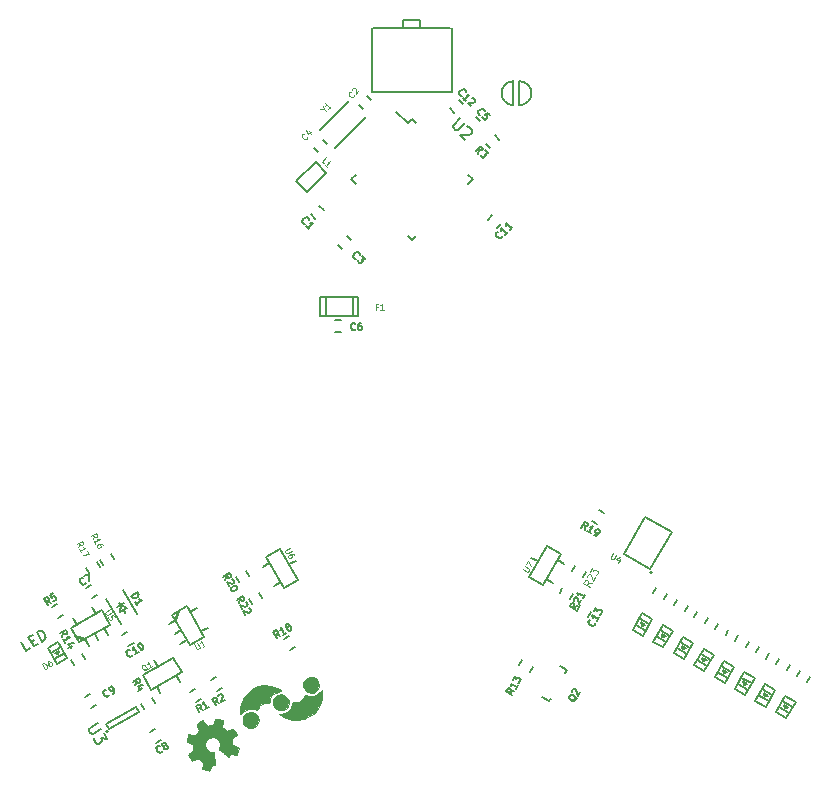
<source format=gbr>
G04 #@! TF.FileFunction,Legend,Top*
%FSLAX46Y46*%
G04 Gerber Fmt 4.6, Leading zero omitted, Abs format (unit mm)*
G04 Created by KiCad (PCBNEW 4.0.4-stable) date 06/27/17 23:49:50*
%MOMM*%
%LPD*%
G01*
G04 APERTURE LIST*
%ADD10C,0.100000*%
%ADD11C,0.127000*%
%ADD12C,0.150000*%
%ADD13C,0.203200*%
%ADD14C,0.125000*%
%ADD15C,0.119380*%
%ADD16C,0.114300*%
%ADD17C,0.031750*%
%ADD18C,0.170000*%
G04 APERTURE END LIST*
D10*
D11*
X108384822Y-86284175D02*
X107500047Y-86047100D01*
X108252840Y-86360375D02*
X107576247Y-86179082D01*
X109248112Y-84172637D02*
X108917912Y-83600714D01*
X107598334Y-85125137D02*
X107268134Y-84553214D01*
X109121723Y-85858725D02*
X109451923Y-86430648D01*
X109946612Y-85382475D02*
X110276812Y-85954398D01*
X108296834Y-86334975D02*
X108627034Y-86906898D01*
X107125397Y-85398187D02*
X109721049Y-83899587D01*
X109721049Y-83899587D02*
X110419549Y-85109425D01*
X110419549Y-85109425D02*
X107823897Y-86608025D01*
X107823897Y-86608025D02*
X107125397Y-85398187D01*
D12*
X127426992Y-50369454D02*
X127780546Y-50723008D01*
X128523008Y-49980546D02*
X128169454Y-49626992D01*
X131476992Y-41069454D02*
X131830546Y-41423008D01*
X132573008Y-40680546D02*
X132219454Y-40326992D01*
X130848008Y-52530546D02*
X130494454Y-52176992D01*
X129751992Y-52919454D02*
X130105546Y-53273008D01*
X127701992Y-44769454D02*
X128055546Y-45123008D01*
X128798008Y-44380546D02*
X128444454Y-44026992D01*
X141798008Y-42480546D02*
X141444454Y-42126992D01*
X140701992Y-42869454D02*
X141055546Y-43223008D01*
X130000000Y-59300000D02*
X129500000Y-59300000D01*
X129500000Y-60350000D02*
X130000000Y-60350000D01*
X108840469Y-81720337D02*
X108407457Y-81970337D01*
X108932457Y-82879663D02*
X109365469Y-82629663D01*
X114213081Y-93943243D02*
X113780069Y-94193243D01*
X114305069Y-95102569D02*
X114738081Y-94852569D01*
X108806336Y-92128484D02*
X109239348Y-91878484D01*
X108714348Y-90969158D02*
X108281336Y-91219158D01*
X111995373Y-86886033D02*
X112428385Y-86636033D01*
X111903385Y-85726707D02*
X111470373Y-85976707D01*
X143169454Y-51548008D02*
X143523008Y-51194454D01*
X142780546Y-50451992D02*
X142426992Y-50805546D01*
X139226992Y-41394454D02*
X139580546Y-41748008D01*
X140323008Y-41005546D02*
X139969454Y-40651992D01*
D11*
X154940223Y-85097574D02*
X155806907Y-85597954D01*
X156106627Y-85078824D02*
X155239943Y-84578444D01*
X155437637Y-85038669D02*
X155609213Y-85137729D01*
X155746732Y-85102741D02*
X155399178Y-84902081D01*
X155399178Y-84902081D02*
X155473895Y-85173987D01*
X155473895Y-85173987D02*
X155746732Y-85102741D01*
X156356817Y-84645482D02*
X155556717Y-86031296D01*
X155556717Y-86031296D02*
X154690033Y-85530916D01*
X154690033Y-85530916D02*
X155490133Y-84145102D01*
X155490133Y-84145102D02*
X156356817Y-84645482D01*
X156672274Y-86097575D02*
X157538958Y-86597955D01*
X157838678Y-86078825D02*
X156971994Y-85578445D01*
X157169688Y-86038670D02*
X157341264Y-86137730D01*
X157478783Y-86102742D02*
X157131229Y-85902082D01*
X157131229Y-85902082D02*
X157205946Y-86173988D01*
X157205946Y-86173988D02*
X157478783Y-86102742D01*
X158088868Y-85645483D02*
X157288768Y-87031297D01*
X157288768Y-87031297D02*
X156422084Y-86530917D01*
X156422084Y-86530917D02*
X157222184Y-85145103D01*
X157222184Y-85145103D02*
X158088868Y-85645483D01*
X158404325Y-87097575D02*
X159271009Y-87597955D01*
X159570729Y-87078825D02*
X158704045Y-86578445D01*
X158901739Y-87038670D02*
X159073315Y-87137730D01*
X159210834Y-87102742D02*
X158863280Y-86902082D01*
X158863280Y-86902082D02*
X158937997Y-87173988D01*
X158937997Y-87173988D02*
X159210834Y-87102742D01*
X159820919Y-86645483D02*
X159020819Y-88031297D01*
X159020819Y-88031297D02*
X158154135Y-87530917D01*
X158154135Y-87530917D02*
X158954235Y-86145103D01*
X158954235Y-86145103D02*
X159820919Y-86645483D01*
X160136375Y-88097574D02*
X161003059Y-88597954D01*
X161302779Y-88078824D02*
X160436095Y-87578444D01*
X160633789Y-88038669D02*
X160805365Y-88137729D01*
X160942884Y-88102741D02*
X160595330Y-87902081D01*
X160595330Y-87902081D02*
X160670047Y-88173987D01*
X160670047Y-88173987D02*
X160942884Y-88102741D01*
X161552969Y-87645482D02*
X160752869Y-89031296D01*
X160752869Y-89031296D02*
X159886185Y-88530916D01*
X159886185Y-88530916D02*
X160686285Y-87145102D01*
X160686285Y-87145102D02*
X161552969Y-87645482D01*
X161868426Y-89097574D02*
X162735110Y-89597954D01*
X163034830Y-89078824D02*
X162168146Y-88578444D01*
X162365840Y-89038669D02*
X162537416Y-89137729D01*
X162674935Y-89102741D02*
X162327381Y-88902081D01*
X162327381Y-88902081D02*
X162402098Y-89173987D01*
X162402098Y-89173987D02*
X162674935Y-89102741D01*
X163285020Y-88645482D02*
X162484920Y-90031296D01*
X162484920Y-90031296D02*
X161618236Y-89530916D01*
X161618236Y-89530916D02*
X162418336Y-88145102D01*
X162418336Y-88145102D02*
X163285020Y-88645482D01*
X163600477Y-90097574D02*
X164467161Y-90597954D01*
X164766881Y-90078824D02*
X163900197Y-89578444D01*
X164097891Y-90038669D02*
X164269467Y-90137729D01*
X164406986Y-90102741D02*
X164059432Y-89902081D01*
X164059432Y-89902081D02*
X164134149Y-90173987D01*
X164134149Y-90173987D02*
X164406986Y-90102741D01*
X165017071Y-89645482D02*
X164216971Y-91031296D01*
X164216971Y-91031296D02*
X163350287Y-90530916D01*
X163350287Y-90530916D02*
X164150387Y-89145102D01*
X164150387Y-89145102D02*
X165017071Y-89645482D01*
X165332528Y-91097575D02*
X166199212Y-91597955D01*
X166498932Y-91078825D02*
X165632248Y-90578445D01*
X165829942Y-91038670D02*
X166001518Y-91137730D01*
X166139037Y-91102742D02*
X165791483Y-90902082D01*
X165791483Y-90902082D02*
X165866200Y-91173988D01*
X165866200Y-91173988D02*
X166139037Y-91102742D01*
X166749122Y-90645483D02*
X165949022Y-92031297D01*
X165949022Y-92031297D02*
X165082338Y-91530917D01*
X165082338Y-91530917D02*
X165882438Y-90145103D01*
X165882438Y-90145103D02*
X166749122Y-90645483D01*
X167064579Y-92097575D02*
X167931263Y-92597955D01*
X168230983Y-92078825D02*
X167364299Y-91578445D01*
X167561993Y-92038670D02*
X167733569Y-92137730D01*
X167871088Y-92102742D02*
X167523534Y-91902082D01*
X167523534Y-91902082D02*
X167598251Y-92173988D01*
X167598251Y-92173988D02*
X167871088Y-92102742D01*
X168481173Y-91645483D02*
X167681073Y-93031297D01*
X167681073Y-93031297D02*
X166814389Y-92530917D01*
X166814389Y-92530917D02*
X167614489Y-91145103D01*
X167614489Y-91145103D02*
X168481173Y-91645483D01*
X130993000Y-58962800D02*
X130993000Y-57337200D01*
X128707000Y-57337200D02*
X128707000Y-58962800D01*
X128249800Y-57337200D02*
X128249800Y-58962800D01*
X128249800Y-58962800D02*
X131450200Y-58962800D01*
X131450200Y-58962800D02*
X131450200Y-57337200D01*
X131450200Y-57337200D02*
X128249800Y-57337200D01*
X126217764Y-47559210D02*
X127834210Y-45942764D01*
X127834210Y-45942764D02*
X128732236Y-46840790D01*
X128732236Y-46840790D02*
X127115790Y-48457236D01*
X127115790Y-48457236D02*
X126217764Y-47559210D01*
D12*
X117654006Y-90520337D02*
X117220994Y-90770337D01*
X117745994Y-91679663D02*
X118179006Y-91429663D01*
X119404006Y-89520337D02*
X118970994Y-89770337D01*
X119495994Y-90679663D02*
X119929006Y-90429663D01*
X142276992Y-44419454D02*
X142630546Y-44773008D01*
X143373008Y-44030546D02*
X143019454Y-43676992D01*
X113099685Y-91814782D02*
X113349685Y-92247794D01*
X114259011Y-91722794D02*
X114009011Y-91289782D01*
X105948434Y-83362429D02*
X105515422Y-83612429D01*
X106040422Y-84521755D02*
X106473434Y-84271755D01*
X157353088Y-82969129D02*
X157603088Y-82536117D01*
X156693762Y-82011117D02*
X156443762Y-82444129D01*
X159085139Y-83969129D02*
X159335139Y-83536117D01*
X158425813Y-83011117D02*
X158175813Y-83444129D01*
X160817189Y-84969130D02*
X161067189Y-84536118D01*
X160157863Y-84011118D02*
X159907863Y-84444130D01*
X162549240Y-85969129D02*
X162799240Y-85536117D01*
X161889914Y-85011117D02*
X161639914Y-85444129D01*
X164281291Y-86969129D02*
X164531291Y-86536117D01*
X163621965Y-86011117D02*
X163371965Y-86444129D01*
X166013342Y-87969129D02*
X166263342Y-87536117D01*
X165354016Y-87011117D02*
X165104016Y-87444129D01*
X167745393Y-88969129D02*
X167995393Y-88536117D01*
X167086067Y-88011117D02*
X166836067Y-88444129D01*
X169477443Y-89969130D02*
X169727443Y-89536118D01*
X168818117Y-89011118D02*
X168568117Y-89444130D01*
D11*
X116044631Y-84812349D02*
X116281706Y-83927574D01*
X115968431Y-84680367D02*
X116149724Y-84003774D01*
X118156169Y-85675639D02*
X118728092Y-85345439D01*
X117203669Y-84025861D02*
X117775592Y-83695661D01*
X116470081Y-85549250D02*
X115898158Y-85879450D01*
X116946331Y-86374139D02*
X116374408Y-86704339D01*
X115993831Y-84724361D02*
X115421908Y-85054561D01*
X116930619Y-83552924D02*
X118429219Y-86148576D01*
X118429219Y-86148576D02*
X117219381Y-86847076D01*
X117219381Y-86847076D02*
X115720781Y-84251424D01*
X115720781Y-84251424D02*
X116930619Y-83552924D01*
D12*
X136000000Y-42273476D02*
X135628769Y-42644707D01*
X141126524Y-47400000D02*
X140755293Y-47771231D01*
X136000000Y-52526524D02*
X136371231Y-52155293D01*
X130873476Y-47400000D02*
X131244707Y-47028769D01*
X136000000Y-42273476D02*
X136371231Y-42644707D01*
X130873476Y-47400000D02*
X131244707Y-47771231D01*
X136000000Y-52526524D02*
X135628769Y-52155293D01*
X141126524Y-47400000D02*
X140755293Y-47028769D01*
X135628769Y-42644707D02*
X134656497Y-41672435D01*
X110276507Y-94141689D02*
G75*
G03X110276507Y-94141689I-100000J0D01*
G01*
X110118013Y-93540375D02*
X110368013Y-93973387D01*
X112629487Y-92090375D02*
X110118013Y-93540375D01*
X112879487Y-92523387D02*
X112629487Y-92090375D01*
X110368013Y-93973387D02*
X112879487Y-92523387D01*
D11*
X153924167Y-79108846D02*
X155724167Y-75991154D01*
X157975833Y-77291154D02*
X156175833Y-80408846D01*
X156350638Y-80682051D02*
G75*
G03X156350638Y-80682051I-101600J0D01*
G01*
X155724167Y-75991154D02*
X157975833Y-77291154D01*
X156175833Y-80408846D02*
X153924167Y-79108846D01*
D12*
X128180456Y-43255330D02*
X130690685Y-40745101D01*
X129523959Y-44740254D02*
X132140254Y-42123959D01*
X111591302Y-83886162D02*
X111716302Y-84102669D01*
X111341302Y-83453150D02*
X111216302Y-83236643D01*
X111341302Y-83453150D02*
X111894411Y-83711162D01*
X111894411Y-83711162D02*
X111288193Y-84061162D01*
X111288193Y-84061162D02*
X111341302Y-83453150D01*
X111644411Y-83278150D02*
X111038193Y-83628150D01*
X110123482Y-82943823D02*
X111323482Y-85022284D01*
X111509122Y-82143823D02*
X112709122Y-84222284D01*
X110779663Y-79554006D02*
X110529663Y-79120994D01*
X109620337Y-79645994D02*
X109870337Y-80079006D01*
X108420337Y-80326379D02*
X108670337Y-80759391D01*
X109579663Y-80234391D02*
X109329663Y-79801379D01*
X125579006Y-86045337D02*
X125145994Y-86295337D01*
X125670994Y-87204663D02*
X126104006Y-86954663D01*
X151270994Y-76304663D02*
X151704006Y-76554663D01*
X152229006Y-75645337D02*
X151795994Y-75395337D01*
X121068616Y-81045866D02*
X121318616Y-81478878D01*
X122227942Y-80953878D02*
X121977942Y-80520866D01*
X149404663Y-82954006D02*
X149654663Y-82520994D01*
X148745337Y-81995994D02*
X148495337Y-82429006D01*
X122168616Y-82951122D02*
X122418616Y-83384134D01*
X123327942Y-82859134D02*
X123077942Y-82426122D01*
X150479663Y-81054006D02*
X150729663Y-80620994D01*
X149820337Y-80095994D02*
X149570337Y-80529006D01*
D11*
X124871331Y-81524139D02*
X124299408Y-81854339D01*
X123918831Y-79874361D02*
X123346908Y-80204561D01*
X125604919Y-80000750D02*
X126176842Y-79670550D01*
X124855619Y-78702924D02*
X126354219Y-81298576D01*
X126354219Y-81298576D02*
X125144381Y-81997076D01*
X125144381Y-81997076D02*
X123645781Y-79401424D01*
X123645781Y-79401424D02*
X124855619Y-78702924D01*
X148331169Y-79624361D02*
X148903092Y-79954561D01*
X147378669Y-81274139D02*
X147950592Y-81604339D01*
X146645081Y-79750750D02*
X146073158Y-79420550D01*
X145895781Y-81048576D02*
X147394381Y-78452924D01*
X147394381Y-78452924D02*
X148604219Y-79151424D01*
X148604219Y-79151424D02*
X147105619Y-81747076D01*
X147105619Y-81747076D02*
X145895781Y-81048576D01*
D12*
X150879663Y-84429006D02*
X151129663Y-83995994D01*
X150220337Y-83470994D02*
X149970337Y-83904006D01*
X135250000Y-34475000D02*
X135250000Y-33875000D01*
X135250000Y-33875000D02*
X136650000Y-33875000D01*
X136650000Y-33875000D02*
X136650000Y-34475000D01*
X136650000Y-34575000D02*
X135250000Y-34575000D01*
X132650000Y-39975000D02*
X139300000Y-39975000D01*
X132650000Y-39975000D02*
X132650000Y-34575000D01*
X132700000Y-34575000D02*
X139250000Y-34575000D01*
X139350000Y-39975000D02*
X139350000Y-34575000D01*
D13*
X145104000Y-41116000D02*
X145104000Y-39084000D01*
X144596000Y-39084000D02*
X144596000Y-41116000D01*
X145104000Y-41116000D02*
G75*
G03X146120000Y-40100000I0J1016000D01*
G01*
X146120000Y-40100000D02*
G75*
G03X145104000Y-39084000I-1016000J0D01*
G01*
X144596000Y-39084000D02*
G75*
G03X143580000Y-40100000I0J-1016000D01*
G01*
X143580000Y-40100000D02*
G75*
G03X144596000Y-41116000I1016000J0D01*
G01*
D11*
X116024139Y-89378669D02*
X116354339Y-89950592D01*
X114374361Y-90331169D02*
X114704561Y-90903092D01*
X114500750Y-88645081D02*
X114170550Y-88073158D01*
X113202924Y-89394381D02*
X115798576Y-87895781D01*
X115798576Y-87895781D02*
X116497076Y-89105619D01*
X116497076Y-89105619D02*
X113901424Y-90604219D01*
X113901424Y-90604219D02*
X113202924Y-89394381D01*
X105716518Y-88009755D02*
X106583202Y-87509375D01*
X106283482Y-86990245D02*
X105416798Y-87490625D01*
X105914212Y-87549530D02*
X106085788Y-87450470D01*
X106124247Y-87313882D02*
X105776693Y-87514542D01*
X105776693Y-87514542D02*
X106049530Y-87585788D01*
X106049530Y-87585788D02*
X106124247Y-87313882D01*
X106033292Y-86556903D02*
X106833392Y-87942717D01*
X106833392Y-87942717D02*
X105966708Y-88443097D01*
X105966708Y-88443097D02*
X105166608Y-87057283D01*
X105166608Y-87057283D02*
X106033292Y-86556903D01*
D12*
X147713544Y-91400226D02*
X147737674Y-91358431D01*
X148505916Y-88625718D02*
X149113034Y-88976238D01*
X149113034Y-88976238D02*
X148988574Y-89191809D01*
X147713544Y-91400226D02*
X147613214Y-91574002D01*
X147613214Y-91574002D02*
X147006096Y-91223482D01*
X145979663Y-89079006D02*
X146229663Y-88645994D01*
X145320337Y-88120994D02*
X145070337Y-88554006D01*
X107170337Y-88076379D02*
X107420337Y-88509391D01*
X108329663Y-87984391D02*
X108079663Y-87551379D01*
D10*
G36*
X121037659Y-94142741D02*
X121075670Y-94209369D01*
X121108835Y-94269609D01*
X121114019Y-94279314D01*
X121183905Y-94410920D01*
X121085123Y-94495630D01*
X121008488Y-94561441D01*
X120940393Y-94620103D01*
X120881713Y-94670860D01*
X120833321Y-94712948D01*
X120796090Y-94745611D01*
X120770894Y-94768087D01*
X120758606Y-94779617D01*
X120758335Y-94779905D01*
X120751342Y-94795188D01*
X120749269Y-94821891D01*
X120752190Y-94861735D01*
X120760177Y-94916443D01*
X120765645Y-94947456D01*
X120773101Y-94993705D01*
X120780473Y-95048835D01*
X120786572Y-95103617D01*
X120788505Y-95124759D01*
X120793931Y-95181772D01*
X120800355Y-95223934D01*
X120809445Y-95254528D01*
X120822864Y-95276833D01*
X120842279Y-95294130D01*
X120869355Y-95309700D01*
X120886642Y-95318027D01*
X120986821Y-95365146D01*
X121074321Y-95406983D01*
X121148366Y-95443154D01*
X121208179Y-95473273D01*
X121252985Y-95496956D01*
X121282010Y-95513819D01*
X121284005Y-95515108D01*
X121328719Y-95544427D01*
X121258269Y-95815103D01*
X121240357Y-95882861D01*
X121223328Y-95945284D01*
X121207840Y-96000107D01*
X121194555Y-96045065D01*
X121184131Y-96077893D01*
X121177227Y-96096328D01*
X121175566Y-96099200D01*
X121168244Y-96104794D01*
X121156684Y-96108707D01*
X121138892Y-96110919D01*
X121112877Y-96111407D01*
X121076646Y-96110153D01*
X121028206Y-96107134D01*
X120965567Y-96102330D01*
X120892619Y-96096224D01*
X120832980Y-96091433D01*
X120775750Y-96087413D01*
X120724809Y-96084393D01*
X120684031Y-96082603D01*
X120657295Y-96082270D01*
X120656613Y-96082289D01*
X120602432Y-96083927D01*
X120579791Y-96121586D01*
X120557922Y-96157204D01*
X120534526Y-96194076D01*
X120511698Y-96229052D01*
X120491536Y-96258978D01*
X120476138Y-96280706D01*
X120467600Y-96291081D01*
X120466707Y-96291516D01*
X120455496Y-96284397D01*
X120431637Y-96267338D01*
X120396758Y-96241593D01*
X120352489Y-96208419D01*
X120300459Y-96169068D01*
X120242297Y-96124794D01*
X120179634Y-96076851D01*
X120114098Y-96026495D01*
X120047319Y-95974979D01*
X119980927Y-95923556D01*
X119916549Y-95873483D01*
X119855818Y-95826011D01*
X119800359Y-95782396D01*
X119751805Y-95743893D01*
X119711785Y-95711754D01*
X119685413Y-95690144D01*
X119625154Y-95640008D01*
X119658626Y-95570322D01*
X119696726Y-95477842D01*
X119723876Y-95383393D01*
X119739370Y-95290764D01*
X119742507Y-95203748D01*
X119736962Y-95148136D01*
X119729275Y-95114664D01*
X119716740Y-95072790D01*
X119701849Y-95030707D01*
X119699310Y-95024241D01*
X119652754Y-94931518D01*
X119591856Y-94848549D01*
X119518447Y-94776899D01*
X119434355Y-94718133D01*
X119341412Y-94673812D01*
X119261088Y-94649622D01*
X119161763Y-94635725D01*
X119061122Y-94637935D01*
X118962275Y-94655586D01*
X118868335Y-94688014D01*
X118782411Y-94734552D01*
X118747909Y-94759356D01*
X118666295Y-94833668D01*
X118600309Y-94916106D01*
X118550382Y-95005570D01*
X118516944Y-95100954D01*
X118500426Y-95201155D01*
X118501257Y-95305073D01*
X118510216Y-95368511D01*
X118532843Y-95450280D01*
X118568524Y-95533681D01*
X118614045Y-95612319D01*
X118666187Y-95679801D01*
X118667497Y-95681234D01*
X118741268Y-95748394D01*
X118826272Y-95802087D01*
X118920735Y-95841494D01*
X119022887Y-95865797D01*
X119081879Y-95872441D01*
X119123528Y-95876051D01*
X119159567Y-95880464D01*
X119185418Y-95885044D01*
X119195246Y-95888139D01*
X119199352Y-95890203D01*
X119202881Y-95892447D01*
X119206073Y-95896309D01*
X119209170Y-95903227D01*
X119212413Y-95914638D01*
X119216044Y-95931981D01*
X119220303Y-95956695D01*
X119225430Y-95990216D01*
X119231668Y-96033984D01*
X119239258Y-96089436D01*
X119248440Y-96158010D01*
X119259456Y-96241146D01*
X119272546Y-96340279D01*
X119278108Y-96382397D01*
X119292479Y-96491482D01*
X119304576Y-96584099D01*
X119314576Y-96661757D01*
X119322650Y-96725966D01*
X119328975Y-96778235D01*
X119333723Y-96820073D01*
X119337071Y-96852991D01*
X119339190Y-96878496D01*
X119340257Y-96898099D01*
X119340445Y-96913309D01*
X119340232Y-96920451D01*
X119339095Y-96945101D01*
X119222731Y-96949010D01*
X119178017Y-96950926D01*
X119139587Y-96953348D01*
X119111239Y-96955981D01*
X119096772Y-96958531D01*
X119096143Y-96958820D01*
X119088651Y-96968751D01*
X119074669Y-96992393D01*
X119055555Y-97027098D01*
X119032661Y-97070216D01*
X119007342Y-97119101D01*
X118980955Y-97171102D01*
X118954852Y-97223571D01*
X118930388Y-97273859D01*
X118908919Y-97319319D01*
X118891800Y-97357300D01*
X118888982Y-97363848D01*
X118871381Y-97401711D01*
X118854464Y-97432003D01*
X118840537Y-97450770D01*
X118836364Y-97454139D01*
X118824556Y-97455862D01*
X118801280Y-97453660D01*
X118765397Y-97447300D01*
X118715776Y-97436553D01*
X118651280Y-97421184D01*
X118570776Y-97400964D01*
X118550181Y-97395680D01*
X118481887Y-97377725D01*
X118419663Y-97360635D01*
X118365678Y-97345060D01*
X118322099Y-97331651D01*
X118291094Y-97321060D01*
X118274828Y-97313936D01*
X118273070Y-97312465D01*
X118260105Y-97288507D01*
X118255817Y-97264485D01*
X118257865Y-97235448D01*
X118260309Y-97212309D01*
X118263754Y-97174787D01*
X118267925Y-97126374D01*
X118272544Y-97070568D01*
X118277338Y-97010864D01*
X118282030Y-96950756D01*
X118286345Y-96893741D01*
X118290007Y-96843313D01*
X118292741Y-96802968D01*
X118294270Y-96776201D01*
X118294448Y-96771523D01*
X118295551Y-96733502D01*
X118142404Y-96611594D01*
X118094200Y-96573511D01*
X118047976Y-96537521D01*
X118006599Y-96505818D01*
X117972934Y-96480590D01*
X117949851Y-96464031D01*
X117946227Y-96461606D01*
X117931874Y-96452272D01*
X117919277Y-96445364D01*
X117906279Y-96441294D01*
X117890726Y-96440472D01*
X117870460Y-96443313D01*
X117843325Y-96450229D01*
X117807163Y-96461631D01*
X117759821Y-96477934D01*
X117699139Y-96499547D01*
X117643640Y-96519470D01*
X117585185Y-96540269D01*
X117529697Y-96559685D01*
X117480412Y-96576610D01*
X117440567Y-96589936D01*
X117413400Y-96598557D01*
X117407466Y-96600262D01*
X117362186Y-96612549D01*
X117210204Y-96354086D01*
X117058222Y-96095622D01*
X117129286Y-96032502D01*
X117159381Y-96006055D01*
X117199626Y-95971098D01*
X117246312Y-95930830D01*
X117295730Y-95888451D01*
X117340890Y-95849949D01*
X117384353Y-95812796D01*
X117423616Y-95778820D01*
X117456363Y-95750059D01*
X117480278Y-95728550D01*
X117493045Y-95716331D01*
X117493971Y-95715289D01*
X117497779Y-95708461D01*
X117500168Y-95697627D01*
X117501002Y-95680956D01*
X117500149Y-95656623D01*
X117497473Y-95622797D01*
X117492843Y-95577648D01*
X117486124Y-95519349D01*
X117477182Y-95446072D01*
X117470235Y-95390495D01*
X117463759Y-95342095D01*
X117457328Y-95299498D01*
X117451532Y-95266244D01*
X117446962Y-95245877D01*
X117445463Y-95241861D01*
X117434642Y-95232981D01*
X117410746Y-95218517D01*
X117377215Y-95200407D01*
X117337482Y-95180591D01*
X117333929Y-95178891D01*
X117227164Y-95127694D01*
X117136735Y-95083763D01*
X117062402Y-95046979D01*
X117003930Y-95017219D01*
X116961084Y-94994365D01*
X116933625Y-94978293D01*
X116921317Y-94968885D01*
X116920862Y-94968225D01*
X116920888Y-94956139D01*
X116924885Y-94929239D01*
X116932216Y-94890255D01*
X116942242Y-94841920D01*
X116954321Y-94786966D01*
X116967815Y-94728124D01*
X116982083Y-94668125D01*
X116996488Y-94609703D01*
X117010386Y-94555587D01*
X117023140Y-94508512D01*
X117034111Y-94471207D01*
X117042657Y-94446406D01*
X117043583Y-94444182D01*
X117057282Y-94418453D01*
X117072039Y-94399522D01*
X117077258Y-94395401D01*
X117093598Y-94392067D01*
X117122585Y-94391596D01*
X117158954Y-94393978D01*
X117173214Y-94395579D01*
X117214992Y-94399958D01*
X117267678Y-94404234D01*
X117324042Y-94407874D01*
X117369331Y-94410062D01*
X117421633Y-94412645D01*
X117474917Y-94416201D01*
X117522574Y-94420235D01*
X117554974Y-94423842D01*
X117603312Y-94429645D01*
X117637563Y-94431700D01*
X117661440Y-94429788D01*
X117678651Y-94423686D01*
X117689896Y-94415825D01*
X117700935Y-94403792D01*
X117721285Y-94378924D01*
X117749554Y-94343030D01*
X117784352Y-94297925D01*
X117824284Y-94245419D01*
X117867958Y-94187326D01*
X117913984Y-94125456D01*
X117939269Y-94091193D01*
X117957257Y-94066745D01*
X117860141Y-93797039D01*
X117833807Y-93722921D01*
X117810843Y-93656331D01*
X117791842Y-93599103D01*
X117777397Y-93553073D01*
X117768098Y-93520076D01*
X117764538Y-93501949D01*
X117764533Y-93500663D01*
X117766040Y-93473994D01*
X118012365Y-93331779D01*
X118084096Y-93290532D01*
X118141746Y-93257807D01*
X118186806Y-93232820D01*
X118220770Y-93214791D01*
X118245132Y-93202936D01*
X118261386Y-93196473D01*
X118271025Y-93194621D01*
X118273504Y-93195047D01*
X118287330Y-93205148D01*
X118311172Y-93228387D01*
X118343937Y-93263564D01*
X118384533Y-93309470D01*
X118431866Y-93364904D01*
X118478589Y-93421052D01*
X118514389Y-93464014D01*
X118553942Y-93510641D01*
X118591623Y-93554340D01*
X118613742Y-93579507D01*
X118637267Y-93606236D01*
X118655582Y-93625702D01*
X118672008Y-93638710D01*
X118689868Y-93646068D01*
X118712483Y-93648582D01*
X118743177Y-93647058D01*
X118785270Y-93642302D01*
X118842085Y-93635120D01*
X118842628Y-93635052D01*
X118894512Y-93628609D01*
X118949754Y-93621766D01*
X119000093Y-93615548D01*
X119023997Y-93612604D01*
X119062358Y-93606850D01*
X119095837Y-93599967D01*
X119118748Y-93593187D01*
X119122901Y-93591249D01*
X119137408Y-93576035D01*
X119156379Y-93545018D01*
X119178916Y-93499727D01*
X119186325Y-93483388D01*
X119214161Y-93422109D01*
X119244853Y-93356723D01*
X119276629Y-93290821D01*
X119307720Y-93227996D01*
X119336353Y-93171836D01*
X119360757Y-93125934D01*
X119375433Y-93100037D01*
X119406249Y-93048138D01*
X119437943Y-93054717D01*
X119482673Y-93064461D01*
X119536097Y-93076830D01*
X119595432Y-93091108D01*
X119657895Y-93106575D01*
X119720701Y-93122511D01*
X119781069Y-93138199D01*
X119836211Y-93152920D01*
X119883347Y-93165955D01*
X119919690Y-93176584D01*
X119942459Y-93184090D01*
X119947649Y-93186319D01*
X119962684Y-93195739D01*
X119973365Y-93207141D01*
X119980045Y-93223202D01*
X119983078Y-93246605D01*
X119982817Y-93280031D01*
X119979615Y-93326159D01*
X119973982Y-93386098D01*
X119964784Y-93479590D01*
X119957389Y-93556749D01*
X119951663Y-93619282D01*
X119947475Y-93668894D01*
X119944693Y-93707292D01*
X119943186Y-93736181D01*
X119942821Y-93757269D01*
X119943467Y-93772261D01*
X119943836Y-93775826D01*
X119947041Y-93794065D01*
X119953768Y-93807678D01*
X119967692Y-93821174D01*
X119992490Y-93839063D01*
X119998980Y-93843500D01*
X120025911Y-93862649D01*
X120062390Y-93889691D01*
X120103818Y-93921168D01*
X120145593Y-93953619D01*
X120149395Y-93956612D01*
X120207069Y-94001098D01*
X120253019Y-94034153D01*
X120288804Y-94056704D01*
X120315988Y-94069675D01*
X120336130Y-94073993D01*
X120345430Y-94072831D01*
X120362346Y-94067370D01*
X120393221Y-94056923D01*
X120434923Y-94042585D01*
X120484319Y-94025453D01*
X120538274Y-94006621D01*
X120593659Y-93987186D01*
X120647338Y-93968243D01*
X120696179Y-93950890D01*
X120737048Y-93936221D01*
X120761247Y-93927395D01*
X120798159Y-93914378D01*
X120831418Y-93903713D01*
X120855232Y-93897227D01*
X120859548Y-93896387D01*
X120884452Y-93892467D01*
X120964293Y-94020088D01*
X120999100Y-94077166D01*
X121037659Y-94142741D01*
X121037659Y-94142741D01*
X121037659Y-94142741D01*
G37*
X121037659Y-94142741D02*
X121075670Y-94209369D01*
X121108835Y-94269609D01*
X121114019Y-94279314D01*
X121183905Y-94410920D01*
X121085123Y-94495630D01*
X121008488Y-94561441D01*
X120940393Y-94620103D01*
X120881713Y-94670860D01*
X120833321Y-94712948D01*
X120796090Y-94745611D01*
X120770894Y-94768087D01*
X120758606Y-94779617D01*
X120758335Y-94779905D01*
X120751342Y-94795188D01*
X120749269Y-94821891D01*
X120752190Y-94861735D01*
X120760177Y-94916443D01*
X120765645Y-94947456D01*
X120773101Y-94993705D01*
X120780473Y-95048835D01*
X120786572Y-95103617D01*
X120788505Y-95124759D01*
X120793931Y-95181772D01*
X120800355Y-95223934D01*
X120809445Y-95254528D01*
X120822864Y-95276833D01*
X120842279Y-95294130D01*
X120869355Y-95309700D01*
X120886642Y-95318027D01*
X120986821Y-95365146D01*
X121074321Y-95406983D01*
X121148366Y-95443154D01*
X121208179Y-95473273D01*
X121252985Y-95496956D01*
X121282010Y-95513819D01*
X121284005Y-95515108D01*
X121328719Y-95544427D01*
X121258269Y-95815103D01*
X121240357Y-95882861D01*
X121223328Y-95945284D01*
X121207840Y-96000107D01*
X121194555Y-96045065D01*
X121184131Y-96077893D01*
X121177227Y-96096328D01*
X121175566Y-96099200D01*
X121168244Y-96104794D01*
X121156684Y-96108707D01*
X121138892Y-96110919D01*
X121112877Y-96111407D01*
X121076646Y-96110153D01*
X121028206Y-96107134D01*
X120965567Y-96102330D01*
X120892619Y-96096224D01*
X120832980Y-96091433D01*
X120775750Y-96087413D01*
X120724809Y-96084393D01*
X120684031Y-96082603D01*
X120657295Y-96082270D01*
X120656613Y-96082289D01*
X120602432Y-96083927D01*
X120579791Y-96121586D01*
X120557922Y-96157204D01*
X120534526Y-96194076D01*
X120511698Y-96229052D01*
X120491536Y-96258978D01*
X120476138Y-96280706D01*
X120467600Y-96291081D01*
X120466707Y-96291516D01*
X120455496Y-96284397D01*
X120431637Y-96267338D01*
X120396758Y-96241593D01*
X120352489Y-96208419D01*
X120300459Y-96169068D01*
X120242297Y-96124794D01*
X120179634Y-96076851D01*
X120114098Y-96026495D01*
X120047319Y-95974979D01*
X119980927Y-95923556D01*
X119916549Y-95873483D01*
X119855818Y-95826011D01*
X119800359Y-95782396D01*
X119751805Y-95743893D01*
X119711785Y-95711754D01*
X119685413Y-95690144D01*
X119625154Y-95640008D01*
X119658626Y-95570322D01*
X119696726Y-95477842D01*
X119723876Y-95383393D01*
X119739370Y-95290764D01*
X119742507Y-95203748D01*
X119736962Y-95148136D01*
X119729275Y-95114664D01*
X119716740Y-95072790D01*
X119701849Y-95030707D01*
X119699310Y-95024241D01*
X119652754Y-94931518D01*
X119591856Y-94848549D01*
X119518447Y-94776899D01*
X119434355Y-94718133D01*
X119341412Y-94673812D01*
X119261088Y-94649622D01*
X119161763Y-94635725D01*
X119061122Y-94637935D01*
X118962275Y-94655586D01*
X118868335Y-94688014D01*
X118782411Y-94734552D01*
X118747909Y-94759356D01*
X118666295Y-94833668D01*
X118600309Y-94916106D01*
X118550382Y-95005570D01*
X118516944Y-95100954D01*
X118500426Y-95201155D01*
X118501257Y-95305073D01*
X118510216Y-95368511D01*
X118532843Y-95450280D01*
X118568524Y-95533681D01*
X118614045Y-95612319D01*
X118666187Y-95679801D01*
X118667497Y-95681234D01*
X118741268Y-95748394D01*
X118826272Y-95802087D01*
X118920735Y-95841494D01*
X119022887Y-95865797D01*
X119081879Y-95872441D01*
X119123528Y-95876051D01*
X119159567Y-95880464D01*
X119185418Y-95885044D01*
X119195246Y-95888139D01*
X119199352Y-95890203D01*
X119202881Y-95892447D01*
X119206073Y-95896309D01*
X119209170Y-95903227D01*
X119212413Y-95914638D01*
X119216044Y-95931981D01*
X119220303Y-95956695D01*
X119225430Y-95990216D01*
X119231668Y-96033984D01*
X119239258Y-96089436D01*
X119248440Y-96158010D01*
X119259456Y-96241146D01*
X119272546Y-96340279D01*
X119278108Y-96382397D01*
X119292479Y-96491482D01*
X119304576Y-96584099D01*
X119314576Y-96661757D01*
X119322650Y-96725966D01*
X119328975Y-96778235D01*
X119333723Y-96820073D01*
X119337071Y-96852991D01*
X119339190Y-96878496D01*
X119340257Y-96898099D01*
X119340445Y-96913309D01*
X119340232Y-96920451D01*
X119339095Y-96945101D01*
X119222731Y-96949010D01*
X119178017Y-96950926D01*
X119139587Y-96953348D01*
X119111239Y-96955981D01*
X119096772Y-96958531D01*
X119096143Y-96958820D01*
X119088651Y-96968751D01*
X119074669Y-96992393D01*
X119055555Y-97027098D01*
X119032661Y-97070216D01*
X119007342Y-97119101D01*
X118980955Y-97171102D01*
X118954852Y-97223571D01*
X118930388Y-97273859D01*
X118908919Y-97319319D01*
X118891800Y-97357300D01*
X118888982Y-97363848D01*
X118871381Y-97401711D01*
X118854464Y-97432003D01*
X118840537Y-97450770D01*
X118836364Y-97454139D01*
X118824556Y-97455862D01*
X118801280Y-97453660D01*
X118765397Y-97447300D01*
X118715776Y-97436553D01*
X118651280Y-97421184D01*
X118570776Y-97400964D01*
X118550181Y-97395680D01*
X118481887Y-97377725D01*
X118419663Y-97360635D01*
X118365678Y-97345060D01*
X118322099Y-97331651D01*
X118291094Y-97321060D01*
X118274828Y-97313936D01*
X118273070Y-97312465D01*
X118260105Y-97288507D01*
X118255817Y-97264485D01*
X118257865Y-97235448D01*
X118260309Y-97212309D01*
X118263754Y-97174787D01*
X118267925Y-97126374D01*
X118272544Y-97070568D01*
X118277338Y-97010864D01*
X118282030Y-96950756D01*
X118286345Y-96893741D01*
X118290007Y-96843313D01*
X118292741Y-96802968D01*
X118294270Y-96776201D01*
X118294448Y-96771523D01*
X118295551Y-96733502D01*
X118142404Y-96611594D01*
X118094200Y-96573511D01*
X118047976Y-96537521D01*
X118006599Y-96505818D01*
X117972934Y-96480590D01*
X117949851Y-96464031D01*
X117946227Y-96461606D01*
X117931874Y-96452272D01*
X117919277Y-96445364D01*
X117906279Y-96441294D01*
X117890726Y-96440472D01*
X117870460Y-96443313D01*
X117843325Y-96450229D01*
X117807163Y-96461631D01*
X117759821Y-96477934D01*
X117699139Y-96499547D01*
X117643640Y-96519470D01*
X117585185Y-96540269D01*
X117529697Y-96559685D01*
X117480412Y-96576610D01*
X117440567Y-96589936D01*
X117413400Y-96598557D01*
X117407466Y-96600262D01*
X117362186Y-96612549D01*
X117210204Y-96354086D01*
X117058222Y-96095622D01*
X117129286Y-96032502D01*
X117159381Y-96006055D01*
X117199626Y-95971098D01*
X117246312Y-95930830D01*
X117295730Y-95888451D01*
X117340890Y-95849949D01*
X117384353Y-95812796D01*
X117423616Y-95778820D01*
X117456363Y-95750059D01*
X117480278Y-95728550D01*
X117493045Y-95716331D01*
X117493971Y-95715289D01*
X117497779Y-95708461D01*
X117500168Y-95697627D01*
X117501002Y-95680956D01*
X117500149Y-95656623D01*
X117497473Y-95622797D01*
X117492843Y-95577648D01*
X117486124Y-95519349D01*
X117477182Y-95446072D01*
X117470235Y-95390495D01*
X117463759Y-95342095D01*
X117457328Y-95299498D01*
X117451532Y-95266244D01*
X117446962Y-95245877D01*
X117445463Y-95241861D01*
X117434642Y-95232981D01*
X117410746Y-95218517D01*
X117377215Y-95200407D01*
X117337482Y-95180591D01*
X117333929Y-95178891D01*
X117227164Y-95127694D01*
X117136735Y-95083763D01*
X117062402Y-95046979D01*
X117003930Y-95017219D01*
X116961084Y-94994365D01*
X116933625Y-94978293D01*
X116921317Y-94968885D01*
X116920862Y-94968225D01*
X116920888Y-94956139D01*
X116924885Y-94929239D01*
X116932216Y-94890255D01*
X116942242Y-94841920D01*
X116954321Y-94786966D01*
X116967815Y-94728124D01*
X116982083Y-94668125D01*
X116996488Y-94609703D01*
X117010386Y-94555587D01*
X117023140Y-94508512D01*
X117034111Y-94471207D01*
X117042657Y-94446406D01*
X117043583Y-94444182D01*
X117057282Y-94418453D01*
X117072039Y-94399522D01*
X117077258Y-94395401D01*
X117093598Y-94392067D01*
X117122585Y-94391596D01*
X117158954Y-94393978D01*
X117173214Y-94395579D01*
X117214992Y-94399958D01*
X117267678Y-94404234D01*
X117324042Y-94407874D01*
X117369331Y-94410062D01*
X117421633Y-94412645D01*
X117474917Y-94416201D01*
X117522574Y-94420235D01*
X117554974Y-94423842D01*
X117603312Y-94429645D01*
X117637563Y-94431700D01*
X117661440Y-94429788D01*
X117678651Y-94423686D01*
X117689896Y-94415825D01*
X117700935Y-94403792D01*
X117721285Y-94378924D01*
X117749554Y-94343030D01*
X117784352Y-94297925D01*
X117824284Y-94245419D01*
X117867958Y-94187326D01*
X117913984Y-94125456D01*
X117939269Y-94091193D01*
X117957257Y-94066745D01*
X117860141Y-93797039D01*
X117833807Y-93722921D01*
X117810843Y-93656331D01*
X117791842Y-93599103D01*
X117777397Y-93553073D01*
X117768098Y-93520076D01*
X117764538Y-93501949D01*
X117764533Y-93500663D01*
X117766040Y-93473994D01*
X118012365Y-93331779D01*
X118084096Y-93290532D01*
X118141746Y-93257807D01*
X118186806Y-93232820D01*
X118220770Y-93214791D01*
X118245132Y-93202936D01*
X118261386Y-93196473D01*
X118271025Y-93194621D01*
X118273504Y-93195047D01*
X118287330Y-93205148D01*
X118311172Y-93228387D01*
X118343937Y-93263564D01*
X118384533Y-93309470D01*
X118431866Y-93364904D01*
X118478589Y-93421052D01*
X118514389Y-93464014D01*
X118553942Y-93510641D01*
X118591623Y-93554340D01*
X118613742Y-93579507D01*
X118637267Y-93606236D01*
X118655582Y-93625702D01*
X118672008Y-93638710D01*
X118689868Y-93646068D01*
X118712483Y-93648582D01*
X118743177Y-93647058D01*
X118785270Y-93642302D01*
X118842085Y-93635120D01*
X118842628Y-93635052D01*
X118894512Y-93628609D01*
X118949754Y-93621766D01*
X119000093Y-93615548D01*
X119023997Y-93612604D01*
X119062358Y-93606850D01*
X119095837Y-93599967D01*
X119118748Y-93593187D01*
X119122901Y-93591249D01*
X119137408Y-93576035D01*
X119156379Y-93545018D01*
X119178916Y-93499727D01*
X119186325Y-93483388D01*
X119214161Y-93422109D01*
X119244853Y-93356723D01*
X119276629Y-93290821D01*
X119307720Y-93227996D01*
X119336353Y-93171836D01*
X119360757Y-93125934D01*
X119375433Y-93100037D01*
X119406249Y-93048138D01*
X119437943Y-93054717D01*
X119482673Y-93064461D01*
X119536097Y-93076830D01*
X119595432Y-93091108D01*
X119657895Y-93106575D01*
X119720701Y-93122511D01*
X119781069Y-93138199D01*
X119836211Y-93152920D01*
X119883347Y-93165955D01*
X119919690Y-93176584D01*
X119942459Y-93184090D01*
X119947649Y-93186319D01*
X119962684Y-93195739D01*
X119973365Y-93207141D01*
X119980045Y-93223202D01*
X119983078Y-93246605D01*
X119982817Y-93280031D01*
X119979615Y-93326159D01*
X119973982Y-93386098D01*
X119964784Y-93479590D01*
X119957389Y-93556749D01*
X119951663Y-93619282D01*
X119947475Y-93668894D01*
X119944693Y-93707292D01*
X119943186Y-93736181D01*
X119942821Y-93757269D01*
X119943467Y-93772261D01*
X119943836Y-93775826D01*
X119947041Y-93794065D01*
X119953768Y-93807678D01*
X119967692Y-93821174D01*
X119992490Y-93839063D01*
X119998980Y-93843500D01*
X120025911Y-93862649D01*
X120062390Y-93889691D01*
X120103818Y-93921168D01*
X120145593Y-93953619D01*
X120149395Y-93956612D01*
X120207069Y-94001098D01*
X120253019Y-94034153D01*
X120288804Y-94056704D01*
X120315988Y-94069675D01*
X120336130Y-94073993D01*
X120345430Y-94072831D01*
X120362346Y-94067370D01*
X120393221Y-94056923D01*
X120434923Y-94042585D01*
X120484319Y-94025453D01*
X120538274Y-94006621D01*
X120593659Y-93987186D01*
X120647338Y-93968243D01*
X120696179Y-93950890D01*
X120737048Y-93936221D01*
X120761247Y-93927395D01*
X120798159Y-93914378D01*
X120831418Y-93903713D01*
X120855232Y-93897227D01*
X120859548Y-93896387D01*
X120884452Y-93892467D01*
X120964293Y-94020088D01*
X120999100Y-94077166D01*
X121037659Y-94142741D01*
X121037659Y-94142741D01*
G36*
X121428771Y-92636052D02*
X121416609Y-92534087D01*
X121430465Y-92348984D01*
X121464174Y-92120458D01*
X121511574Y-91888225D01*
X121566498Y-91692001D01*
X121581709Y-91650623D01*
X121794834Y-91251262D01*
X122091565Y-90888446D01*
X122443988Y-90588722D01*
X122824191Y-90378637D01*
X122973764Y-90326791D01*
X123474883Y-90247148D01*
X124001000Y-90280491D01*
X124348689Y-90364592D01*
X124582298Y-90446920D01*
X124774759Y-90529827D01*
X124887183Y-90596407D01*
X124891746Y-90600715D01*
X124943076Y-90670913D01*
X124893912Y-90706174D01*
X124819383Y-90720647D01*
X124662714Y-90768974D01*
X124465915Y-90858502D01*
X124395664Y-90896870D01*
X124150521Y-91090562D01*
X124002332Y-91344429D01*
X123945171Y-91579764D01*
X123915795Y-91710171D01*
X123857952Y-91748103D01*
X123765480Y-91734922D01*
X123532959Y-91742786D01*
X123292091Y-91842861D01*
X123087992Y-92012162D01*
X123012044Y-92118733D01*
X122887873Y-92338573D01*
X122603842Y-92253503D01*
X122365267Y-92204321D01*
X122156646Y-92223180D01*
X121937288Y-92319677D01*
X121724407Y-92460900D01*
X121567906Y-92567722D01*
X121459511Y-92629579D01*
X121428771Y-92636052D01*
X121428771Y-92636052D01*
X121428771Y-92636052D01*
G37*
X121428771Y-92636052D02*
X121416609Y-92534087D01*
X121430465Y-92348984D01*
X121464174Y-92120458D01*
X121511574Y-91888225D01*
X121566498Y-91692001D01*
X121581709Y-91650623D01*
X121794834Y-91251262D01*
X122091565Y-90888446D01*
X122443988Y-90588722D01*
X122824191Y-90378637D01*
X122973764Y-90326791D01*
X123474883Y-90247148D01*
X124001000Y-90280491D01*
X124348689Y-90364592D01*
X124582298Y-90446920D01*
X124774759Y-90529827D01*
X124887183Y-90596407D01*
X124891746Y-90600715D01*
X124943076Y-90670913D01*
X124893912Y-90706174D01*
X124819383Y-90720647D01*
X124662714Y-90768974D01*
X124465915Y-90858502D01*
X124395664Y-90896870D01*
X124150521Y-91090562D01*
X124002332Y-91344429D01*
X123945171Y-91579764D01*
X123915795Y-91710171D01*
X123857952Y-91748103D01*
X123765480Y-91734922D01*
X123532959Y-91742786D01*
X123292091Y-91842861D01*
X123087992Y-92012162D01*
X123012044Y-92118733D01*
X122887873Y-92338573D01*
X122603842Y-92253503D01*
X122365267Y-92204321D01*
X122156646Y-92223180D01*
X121937288Y-92319677D01*
X121724407Y-92460900D01*
X121567906Y-92567722D01*
X121459511Y-92629579D01*
X121428771Y-92636052D01*
X121428771Y-92636052D01*
G36*
X126836316Y-90504420D02*
X126778471Y-90270745D01*
X126810534Y-90029896D01*
X126921775Y-89808801D01*
X127101464Y-89634392D01*
X127338867Y-89533600D01*
X127466871Y-89519326D01*
X127707742Y-89573157D01*
X127922105Y-89721697D01*
X128079907Y-89932705D01*
X128151093Y-90173939D01*
X128150619Y-90252843D01*
X128072578Y-90531954D01*
X127909835Y-90737071D01*
X127687206Y-90858508D01*
X127429503Y-90886581D01*
X127161541Y-90811604D01*
X126994803Y-90703989D01*
X126836316Y-90504420D01*
X126836316Y-90504420D01*
X126836316Y-90504420D01*
G37*
X126836316Y-90504420D02*
X126778471Y-90270745D01*
X126810534Y-90029896D01*
X126921775Y-89808801D01*
X127101464Y-89634392D01*
X127338867Y-89533600D01*
X127466871Y-89519326D01*
X127707742Y-89573157D01*
X127922105Y-89721697D01*
X128079907Y-89932705D01*
X128151093Y-90173939D01*
X128150619Y-90252843D01*
X128072578Y-90531954D01*
X127909835Y-90737071D01*
X127687206Y-90858508D01*
X127429503Y-90886581D01*
X127161541Y-90811604D01*
X126994803Y-90703989D01*
X126836316Y-90504420D01*
X126836316Y-90504420D01*
G36*
X124334116Y-92078953D02*
X124228388Y-91820700D01*
X124214076Y-91660852D01*
X124274133Y-91397892D01*
X124430873Y-91186184D01*
X124657573Y-91046999D01*
X124927505Y-91001608D01*
X125029148Y-91012151D01*
X125283230Y-91110333D01*
X125460418Y-91282985D01*
X125559912Y-91503107D01*
X125580915Y-91743698D01*
X125522625Y-91977760D01*
X125384243Y-92178291D01*
X125164971Y-92318293D01*
X125068705Y-92348058D01*
X124776360Y-92360392D01*
X124524135Y-92264771D01*
X124334116Y-92078953D01*
X124334116Y-92078953D01*
X124334116Y-92078953D01*
G37*
X124334116Y-92078953D02*
X124228388Y-91820700D01*
X124214076Y-91660852D01*
X124274133Y-91397892D01*
X124430873Y-91186184D01*
X124657573Y-91046999D01*
X124927505Y-91001608D01*
X125029148Y-91012151D01*
X125283230Y-91110333D01*
X125460418Y-91282985D01*
X125559912Y-91503107D01*
X125580915Y-91743698D01*
X125522625Y-91977760D01*
X125384243Y-92178291D01*
X125164971Y-92318293D01*
X125068705Y-92348058D01*
X124776360Y-92360392D01*
X124524135Y-92264771D01*
X124334116Y-92078953D01*
X124334116Y-92078953D01*
G36*
X121730141Y-93539041D02*
X121665353Y-93331698D01*
X121659398Y-93080890D01*
X121713726Y-92856445D01*
X121715867Y-92851783D01*
X121845175Y-92691793D01*
X122047927Y-92555269D01*
X122270954Y-92475561D01*
X122327535Y-92468122D01*
X122560794Y-92509941D01*
X122776710Y-92650917D01*
X122937925Y-92864798D01*
X122959662Y-92912414D01*
X123025181Y-93188676D01*
X122972622Y-93434099D01*
X122818966Y-93649344D01*
X122667907Y-93779735D01*
X122502605Y-93836267D01*
X122410144Y-93846898D01*
X122153066Y-93821284D01*
X121914819Y-93718921D01*
X121744599Y-93562080D01*
X121730141Y-93539041D01*
X121730141Y-93539041D01*
X121730141Y-93539041D01*
G37*
X121730141Y-93539041D02*
X121665353Y-93331698D01*
X121659398Y-93080890D01*
X121713726Y-92856445D01*
X121715867Y-92851783D01*
X121845175Y-92691793D01*
X122047927Y-92555269D01*
X122270954Y-92475561D01*
X122327535Y-92468122D01*
X122560794Y-92509941D01*
X122776710Y-92650917D01*
X122937925Y-92864798D01*
X122959662Y-92912414D01*
X123025181Y-93188676D01*
X122972622Y-93434099D01*
X122818966Y-93649344D01*
X122667907Y-93779735D01*
X122502605Y-93836267D01*
X122410144Y-93846898D01*
X122153066Y-93821284D01*
X121914819Y-93718921D01*
X121744599Y-93562080D01*
X121730141Y-93539041D01*
X121730141Y-93539041D01*
G36*
X124753555Y-92677904D02*
X124989773Y-92647545D01*
X125204848Y-92596958D01*
X125400030Y-92516377D01*
X125406364Y-92512773D01*
X125578898Y-92360499D01*
X125732338Y-92138229D01*
X125831523Y-91901948D01*
X125848897Y-91808186D01*
X125865896Y-91713859D01*
X125920779Y-91680047D01*
X126054082Y-91686744D01*
X126087432Y-91690470D01*
X126354275Y-91663954D01*
X126607063Y-91542517D01*
X126801050Y-91351512D01*
X126854609Y-91255762D01*
X126940569Y-91058290D01*
X127245159Y-91125833D01*
X127599170Y-91148722D01*
X127911045Y-91052165D01*
X128177698Y-90837170D01*
X128196291Y-90815703D01*
X128377218Y-90601768D01*
X128413443Y-90792002D01*
X128419158Y-91031308D01*
X128370783Y-91337720D01*
X128279629Y-91669473D01*
X128157004Y-91984805D01*
X128025082Y-92226056D01*
X127897776Y-92402335D01*
X127769655Y-92538033D01*
X127605718Y-92663315D01*
X127370967Y-92808348D01*
X127305128Y-92846603D01*
X127050414Y-92988378D01*
X126856377Y-93076859D01*
X126676738Y-93127231D01*
X126465215Y-93154676D01*
X126336782Y-93164298D01*
X125803667Y-93139279D01*
X125302670Y-92993852D01*
X124975687Y-92820655D01*
X124753555Y-92677904D01*
X124753555Y-92677904D01*
X124753555Y-92677904D01*
G37*
X124753555Y-92677904D02*
X124989773Y-92647545D01*
X125204848Y-92596958D01*
X125400030Y-92516377D01*
X125406364Y-92512773D01*
X125578898Y-92360499D01*
X125732338Y-92138229D01*
X125831523Y-91901948D01*
X125848897Y-91808186D01*
X125865896Y-91713859D01*
X125920779Y-91680047D01*
X126054082Y-91686744D01*
X126087432Y-91690470D01*
X126354275Y-91663954D01*
X126607063Y-91542517D01*
X126801050Y-91351512D01*
X126854609Y-91255762D01*
X126940569Y-91058290D01*
X127245159Y-91125833D01*
X127599170Y-91148722D01*
X127911045Y-91052165D01*
X128177698Y-90837170D01*
X128196291Y-90815703D01*
X128377218Y-90601768D01*
X128413443Y-90792002D01*
X128419158Y-91031308D01*
X128370783Y-91337720D01*
X128279629Y-91669473D01*
X128157004Y-91984805D01*
X128025082Y-92226056D01*
X127897776Y-92402335D01*
X127769655Y-92538033D01*
X127605718Y-92663315D01*
X127370967Y-92808348D01*
X127305128Y-92846603D01*
X127050414Y-92988378D01*
X126856377Y-93076859D01*
X126676738Y-93127231D01*
X126465215Y-93154676D01*
X126336782Y-93164298D01*
X125803667Y-93139279D01*
X125302670Y-92993852D01*
X124975687Y-92820655D01*
X124753555Y-92677904D01*
X124753555Y-92677904D01*
D14*
X110435911Y-83807346D02*
X110085377Y-84009727D01*
X110056042Y-84054156D01*
X110047327Y-84086681D01*
X110050518Y-84139824D01*
X110098137Y-84222303D01*
X110142565Y-84251638D01*
X110175090Y-84260352D01*
X110228234Y-84257162D01*
X110578768Y-84054781D01*
X110816864Y-84467175D02*
X110697816Y-84260979D01*
X110479714Y-84359407D01*
X110512239Y-84368122D01*
X110556668Y-84397456D01*
X110616191Y-84500554D01*
X110619382Y-84553698D01*
X110610667Y-84586223D01*
X110581332Y-84630652D01*
X110478234Y-84690175D01*
X110425090Y-84693365D01*
X110392565Y-84684650D01*
X110348137Y-84655316D01*
X110288613Y-84552218D01*
X110285423Y-84499074D01*
X110294138Y-84466549D01*
D12*
X126927766Y-51155812D02*
X126887361Y-51155812D01*
X126806548Y-51115407D01*
X126766142Y-51075001D01*
X126725736Y-50994188D01*
X126725737Y-50913376D01*
X126745939Y-50852766D01*
X126806548Y-50751752D01*
X126867158Y-50691142D01*
X126968172Y-50630533D01*
X127028782Y-50610330D01*
X127109594Y-50610330D01*
X127190406Y-50650737D01*
X127230812Y-50691143D01*
X127271219Y-50771955D01*
X127271219Y-50812360D01*
X127291421Y-51600280D02*
X127048985Y-51357843D01*
X127170203Y-51479061D02*
X127594467Y-51054797D01*
X127493452Y-51075000D01*
X127412640Y-51075001D01*
X127352031Y-51054797D01*
D14*
X131092343Y-40260194D02*
X131092343Y-40293867D01*
X131058672Y-40361209D01*
X131025000Y-40394881D01*
X130957657Y-40428553D01*
X130890313Y-40428553D01*
X130839806Y-40411717D01*
X130755626Y-40361210D01*
X130705118Y-40310702D01*
X130654611Y-40226522D01*
X130637775Y-40176015D01*
X130637775Y-40108672D01*
X130671447Y-40041328D01*
X130705118Y-40007656D01*
X130772462Y-39973985D01*
X130806134Y-39973985D01*
X130940821Y-39839298D02*
X130940821Y-39805626D01*
X130957657Y-39755118D01*
X131041836Y-39670939D01*
X131092343Y-39654103D01*
X131126016Y-39654103D01*
X131176523Y-39670939D01*
X131210195Y-39704611D01*
X131243867Y-39771954D01*
X131243867Y-40176014D01*
X131462732Y-39957149D01*
D12*
X131252030Y-54105075D02*
X131211625Y-54105075D01*
X131130812Y-54064670D01*
X131090406Y-54024264D01*
X131050000Y-53943451D01*
X131050001Y-53862639D01*
X131070203Y-53802029D01*
X131130812Y-53701015D01*
X131191422Y-53640405D01*
X131292436Y-53579796D01*
X131353046Y-53559593D01*
X131433858Y-53559593D01*
X131514670Y-53600000D01*
X131555076Y-53640406D01*
X131595483Y-53721218D01*
X131595483Y-53761623D01*
X131777309Y-53862639D02*
X132039949Y-54125279D01*
X131736904Y-54145482D01*
X131797513Y-54206091D01*
X131817716Y-54266700D01*
X131817716Y-54307106D01*
X131797513Y-54367715D01*
X131696498Y-54468731D01*
X131635888Y-54488933D01*
X131595483Y-54488933D01*
X131534873Y-54468731D01*
X131413655Y-54347513D01*
X131393452Y-54286903D01*
X131393452Y-54246497D01*
D14*
X127142343Y-43808527D02*
X127142343Y-43842200D01*
X127108672Y-43909542D01*
X127075000Y-43943214D01*
X127007657Y-43976886D01*
X126940313Y-43976886D01*
X126889806Y-43960050D01*
X126805626Y-43909543D01*
X126755118Y-43859035D01*
X126704611Y-43774855D01*
X126687775Y-43724348D01*
X126687775Y-43657005D01*
X126721447Y-43589661D01*
X126755118Y-43555989D01*
X126822462Y-43522318D01*
X126856134Y-43522318D01*
X127243359Y-43303451D02*
X127479061Y-43539153D01*
X127024493Y-43252943D02*
X127192851Y-43589661D01*
X127411718Y-43370795D01*
D12*
X141802766Y-41955812D02*
X141762361Y-41955812D01*
X141681548Y-41915407D01*
X141641142Y-41875001D01*
X141600736Y-41794188D01*
X141600737Y-41713376D01*
X141620939Y-41652766D01*
X141681548Y-41551752D01*
X141742158Y-41491142D01*
X141843172Y-41430533D01*
X141903782Y-41410330D01*
X141984594Y-41410330D01*
X142065406Y-41450737D01*
X142105812Y-41491143D01*
X142146219Y-41571955D01*
X142146219Y-41612360D01*
X142570482Y-41955812D02*
X142368452Y-41753782D01*
X142146219Y-41935610D01*
X142186625Y-41935609D01*
X142247234Y-41955812D01*
X142348249Y-42056828D01*
X142368452Y-42117437D01*
X142368452Y-42157843D01*
X142348249Y-42218452D01*
X142247234Y-42319468D01*
X142186624Y-42339670D01*
X142146219Y-42339670D01*
X142085609Y-42319468D01*
X141984594Y-42218452D01*
X141964391Y-42157843D01*
X141964391Y-42117437D01*
X131200000Y-60089286D02*
X131171429Y-60117857D01*
X131085715Y-60146429D01*
X131028572Y-60146429D01*
X130942857Y-60117857D01*
X130885715Y-60060714D01*
X130857143Y-60003571D01*
X130828572Y-59889286D01*
X130828572Y-59803571D01*
X130857143Y-59689286D01*
X130885715Y-59632143D01*
X130942857Y-59575000D01*
X131028572Y-59546429D01*
X131085715Y-59546429D01*
X131171429Y-59575000D01*
X131200000Y-59603571D01*
X131714286Y-59546429D02*
X131600000Y-59546429D01*
X131542857Y-59575000D01*
X131514286Y-59603571D01*
X131457143Y-59689286D01*
X131428572Y-59803571D01*
X131428572Y-60032143D01*
X131457143Y-60089286D01*
X131485715Y-60117857D01*
X131542857Y-60146429D01*
X131657143Y-60146429D01*
X131714286Y-60117857D01*
X131742857Y-60089286D01*
X131771429Y-60032143D01*
X131771429Y-59889286D01*
X131742857Y-59832143D01*
X131714286Y-59803571D01*
X131657143Y-59775000D01*
X131542857Y-59775000D01*
X131485715Y-59803571D01*
X131457143Y-59832143D01*
X131428572Y-59889286D01*
X108366154Y-81548798D02*
X108355697Y-81587827D01*
X108295752Y-81655428D01*
X108246265Y-81683999D01*
X108157748Y-81702113D01*
X108079690Y-81681197D01*
X108026374Y-81645995D01*
X107944488Y-81561307D01*
X107901631Y-81487076D01*
X107869232Y-81373816D01*
X107865404Y-81310043D01*
X107886319Y-81231985D01*
X107946265Y-81164384D01*
X107995752Y-81135813D01*
X108084268Y-81117699D01*
X108123297Y-81128157D01*
X108267931Y-80978670D02*
X108614341Y-80778670D01*
X108691649Y-81426857D01*
X114870540Y-95785577D02*
X114860083Y-95824606D01*
X114800138Y-95892207D01*
X114750651Y-95920778D01*
X114662134Y-95938892D01*
X114584076Y-95917976D01*
X114530760Y-95882774D01*
X114448874Y-95798086D01*
X114406017Y-95723855D01*
X114373618Y-95610595D01*
X114369790Y-95546822D01*
X114390705Y-95468764D01*
X114450651Y-95401163D01*
X114500138Y-95372592D01*
X114588654Y-95354478D01*
X114627683Y-95364936D01*
X115024606Y-95366712D02*
X114960834Y-95370540D01*
X114921804Y-95360083D01*
X114868490Y-95324881D01*
X114854204Y-95300137D01*
X114850375Y-95236364D01*
X114860834Y-95197335D01*
X114896035Y-95144021D01*
X114995009Y-95086878D01*
X115058782Y-95083049D01*
X115097811Y-95093507D01*
X115151126Y-95128708D01*
X115165412Y-95153452D01*
X115169240Y-95217226D01*
X115158782Y-95256254D01*
X115123580Y-95309569D01*
X115024606Y-95366712D01*
X114989405Y-95420027D01*
X114978947Y-95459056D01*
X114982775Y-95522829D01*
X115039918Y-95621804D01*
X115093233Y-95657006D01*
X115132262Y-95667463D01*
X115196035Y-95663636D01*
X115295009Y-95606493D01*
X115330211Y-95553177D01*
X115340668Y-95514149D01*
X115336841Y-95450375D01*
X115279698Y-95351401D01*
X115226382Y-95316199D01*
X115187354Y-95305742D01*
X115123580Y-95309569D01*
X110370540Y-91035577D02*
X110360083Y-91074606D01*
X110300138Y-91142207D01*
X110250651Y-91170778D01*
X110162134Y-91188892D01*
X110084076Y-91167976D01*
X110030760Y-91132774D01*
X109948874Y-91048086D01*
X109906017Y-90973855D01*
X109873618Y-90860595D01*
X109869790Y-90796822D01*
X109890705Y-90718764D01*
X109950651Y-90651163D01*
X110000138Y-90622592D01*
X110088654Y-90604478D01*
X110127683Y-90614936D01*
X110646548Y-90942207D02*
X110745522Y-90885064D01*
X110780723Y-90831749D01*
X110791182Y-90792720D01*
X110797811Y-90689917D01*
X110765412Y-90576658D01*
X110651126Y-90378708D01*
X110597811Y-90343507D01*
X110558782Y-90333049D01*
X110495009Y-90336878D01*
X110396035Y-90394021D01*
X110360834Y-90447335D01*
X110350375Y-90486364D01*
X110354204Y-90550137D01*
X110425632Y-90673855D01*
X110478947Y-90709056D01*
X110517977Y-90719515D01*
X110581749Y-90715687D01*
X110680723Y-90658544D01*
X110715925Y-90605229D01*
X110726382Y-90566199D01*
X110722555Y-90502426D01*
X112329186Y-87650883D02*
X112318728Y-87689911D01*
X112258784Y-87757512D01*
X112209297Y-87786084D01*
X112120779Y-87804197D01*
X112042721Y-87783281D01*
X111989406Y-87748080D01*
X111907520Y-87663392D01*
X111864662Y-87589160D01*
X111832263Y-87475901D01*
X111828436Y-87412128D01*
X111849351Y-87334069D01*
X111909297Y-87266469D01*
X111958784Y-87237897D01*
X112047300Y-87219783D01*
X112086329Y-87230241D01*
X112852630Y-87414655D02*
X112555707Y-87586084D01*
X112704168Y-87500370D02*
X112404168Y-86980755D01*
X112397537Y-87083557D01*
X112376622Y-87161615D01*
X112341421Y-87214930D01*
X112874296Y-86709326D02*
X112923784Y-86680754D01*
X112987557Y-86676926D01*
X113026585Y-86687384D01*
X113079900Y-86722585D01*
X113161787Y-86807274D01*
X113233216Y-86930992D01*
X113265614Y-87044252D01*
X113269443Y-87108025D01*
X113258985Y-87147054D01*
X113223784Y-87200369D01*
X113174296Y-87228941D01*
X113110523Y-87232768D01*
X113071494Y-87222311D01*
X113018179Y-87187109D01*
X112936293Y-87102420D01*
X112864864Y-86978702D01*
X112832464Y-86865442D01*
X112828637Y-86801669D01*
X112839095Y-86762640D01*
X112874296Y-86709326D01*
X143653781Y-52199265D02*
X143653781Y-52239670D01*
X143613376Y-52320483D01*
X143572970Y-52360889D01*
X143492157Y-52401295D01*
X143411345Y-52401294D01*
X143350735Y-52381092D01*
X143249721Y-52320483D01*
X143189111Y-52259873D01*
X143128502Y-52158859D01*
X143108299Y-52098249D01*
X143108299Y-52017437D01*
X143148706Y-51936625D01*
X143189112Y-51896219D01*
X143269924Y-51855812D01*
X143310329Y-51855812D01*
X144098249Y-51835610D02*
X143855812Y-52078046D01*
X143977030Y-51956828D02*
X143552766Y-51532564D01*
X143572969Y-51633579D01*
X143572970Y-51714391D01*
X143552766Y-51775000D01*
X144502310Y-51431548D02*
X144259874Y-51673985D01*
X144381092Y-51552767D02*
X143956828Y-51128503D01*
X143977030Y-51229518D01*
X143977031Y-51310330D01*
X143956828Y-51370939D01*
X140200735Y-40328781D02*
X140160330Y-40328781D01*
X140079517Y-40288376D01*
X140039111Y-40247970D01*
X139998705Y-40167157D01*
X139998706Y-40086345D01*
X140018908Y-40025735D01*
X140079517Y-39924721D01*
X140140127Y-39864111D01*
X140241141Y-39803502D01*
X140301751Y-39783299D01*
X140382563Y-39783299D01*
X140463375Y-39823706D01*
X140503781Y-39864112D01*
X140544188Y-39944924D01*
X140544188Y-39985329D01*
X140564390Y-40773249D02*
X140321954Y-40530812D01*
X140443172Y-40652030D02*
X140867436Y-40227766D01*
X140766421Y-40247969D01*
X140685609Y-40247970D01*
X140625000Y-40227766D01*
X141109874Y-40551015D02*
X141150279Y-40551015D01*
X141210888Y-40571219D01*
X141311903Y-40672234D01*
X141332107Y-40732843D01*
X141332107Y-40773248D01*
X141311904Y-40833858D01*
X141271498Y-40874264D01*
X141190685Y-40914670D01*
X140705812Y-40914670D01*
X140968452Y-41177310D01*
D15*
X133083207Y-58164259D02*
X132916414Y-58164259D01*
X132916414Y-58426362D02*
X132916414Y-57925982D01*
X133154690Y-57925982D01*
X133607415Y-58426362D02*
X133321483Y-58426362D01*
X133464449Y-58426362D02*
X133464449Y-57925982D01*
X133416794Y-57997465D01*
X133369139Y-58045120D01*
X133321483Y-58068948D01*
D16*
X128531410Y-46053504D02*
X128377463Y-45899557D01*
X128736673Y-45540346D01*
X128808516Y-46330609D02*
X128623779Y-46145872D01*
X128716147Y-46238240D02*
X129075357Y-45879030D01*
X128993252Y-45899556D01*
X128928253Y-45902978D01*
X128880358Y-45889293D01*
D12*
X118299112Y-92335064D02*
X117983049Y-92187628D01*
X118002189Y-92506493D02*
X117702189Y-91986878D01*
X117900138Y-91872592D01*
X117963910Y-91868764D01*
X118002940Y-91879221D01*
X118056254Y-91914423D01*
X118099112Y-91988654D01*
X118102940Y-92052426D01*
X118092482Y-92091456D01*
X118057281Y-92144770D01*
X117859332Y-92259056D01*
X118793984Y-92049350D02*
X118497061Y-92220778D01*
X118645522Y-92135064D02*
X118345522Y-91615449D01*
X118338892Y-91718251D01*
X118317977Y-91796309D01*
X118282775Y-91849624D01*
X119673435Y-91748401D02*
X119357372Y-91600965D01*
X119376512Y-91919830D02*
X119076512Y-91400215D01*
X119274461Y-91285929D01*
X119338233Y-91282101D01*
X119377263Y-91292558D01*
X119430577Y-91327760D01*
X119473435Y-91401991D01*
X119477263Y-91465763D01*
X119466805Y-91504793D01*
X119431604Y-91558107D01*
X119233655Y-91672393D01*
X119599955Y-91163987D02*
X119610413Y-91124958D01*
X119645615Y-91071643D01*
X119769332Y-91000215D01*
X119833105Y-90996386D01*
X119872134Y-91006844D01*
X119925449Y-91042045D01*
X119954021Y-91091533D01*
X119972134Y-91180049D01*
X119846640Y-91648401D01*
X120168307Y-91462687D01*
X141626959Y-45213940D02*
X141687569Y-44870487D01*
X141384523Y-44971503D02*
X141808787Y-44547239D01*
X141970411Y-44708864D01*
X141990614Y-44769472D01*
X141990615Y-44809878D01*
X141970411Y-44870487D01*
X141909802Y-44931097D01*
X141849194Y-44951300D01*
X141808787Y-44951300D01*
X141748178Y-44931097D01*
X141586554Y-44769472D01*
X142192644Y-44931097D02*
X142455284Y-45193737D01*
X142152239Y-45213940D01*
X142212848Y-45274549D01*
X142233051Y-45335158D01*
X142233051Y-45375564D01*
X142212848Y-45436173D01*
X142111833Y-45537189D01*
X142051223Y-45557391D01*
X142010818Y-45557391D01*
X141950208Y-45537189D01*
X141828990Y-45415971D01*
X141808787Y-45355361D01*
X141808787Y-45314955D01*
X112537585Y-90234054D02*
X112685021Y-89917991D01*
X112366156Y-89937131D02*
X112885771Y-89637131D01*
X113000057Y-89835080D01*
X113003885Y-89898852D01*
X112993428Y-89937882D01*
X112958226Y-89991196D01*
X112883995Y-90034054D01*
X112820223Y-90037882D01*
X112781193Y-90027424D01*
X112727879Y-89992223D01*
X112613593Y-89794274D01*
X113141138Y-90479439D02*
X112794728Y-90679439D01*
X113267658Y-90241435D02*
X112825076Y-90332003D01*
X113010790Y-90653669D01*
X105446889Y-83243727D02*
X105130826Y-83096291D01*
X105149966Y-83415156D02*
X104849966Y-82895541D01*
X105047915Y-82781255D01*
X105111687Y-82777427D01*
X105150717Y-82787884D01*
X105204031Y-82823086D01*
X105246889Y-82897317D01*
X105250717Y-82961089D01*
X105240259Y-83000119D01*
X105205058Y-83053433D01*
X105007109Y-83167719D01*
X105617017Y-82452684D02*
X105369581Y-82595541D01*
X105487695Y-82857262D01*
X105498152Y-82818232D01*
X105533354Y-82764917D01*
X105657072Y-82693489D01*
X105720845Y-82689661D01*
X105759874Y-82700119D01*
X105813189Y-82735321D01*
X105884618Y-82859038D01*
X105888445Y-82922812D01*
X105877988Y-82961840D01*
X105842786Y-83015156D01*
X105719069Y-83086584D01*
X105655295Y-83090412D01*
X105616267Y-83079954D01*
D14*
X117587822Y-86770138D02*
X117790203Y-87120672D01*
X117834632Y-87150007D01*
X117867157Y-87158722D01*
X117920300Y-87155531D01*
X118002779Y-87107912D01*
X118032114Y-87063484D01*
X118040828Y-87030959D01*
X118037638Y-86977815D01*
X117835257Y-86627281D01*
X118518270Y-86810293D02*
X118270835Y-86953150D01*
X118394552Y-86881722D02*
X118144552Y-86448709D01*
X118139028Y-86534378D01*
X118121598Y-86599427D01*
X118092264Y-86643856D01*
D12*
X140091118Y-42231386D02*
X139518698Y-42803806D01*
X139485026Y-42904821D01*
X139485026Y-42972164D01*
X139518698Y-43073179D01*
X139653386Y-43207867D01*
X139754401Y-43241539D01*
X139821744Y-43241539D01*
X139922759Y-43207867D01*
X140495179Y-42635447D01*
X140730881Y-43005836D02*
X140798225Y-43005836D01*
X140899240Y-43039508D01*
X141067599Y-43207867D01*
X141101271Y-43308882D01*
X141101271Y-43376226D01*
X141067599Y-43477241D01*
X141000256Y-43544584D01*
X140865569Y-43611928D01*
X140057446Y-43611928D01*
X140495179Y-44049661D01*
X109408684Y-93416543D02*
X108707616Y-93821305D01*
X108648947Y-93910164D01*
X108631517Y-93975212D01*
X108637897Y-94081500D01*
X108733136Y-94246458D01*
X108821994Y-94305127D01*
X108887043Y-94322557D01*
X108993331Y-94316177D01*
X109694399Y-93911415D01*
X109884875Y-94241330D02*
X110194399Y-94777441D01*
X109697818Y-94679241D01*
X109769247Y-94802960D01*
X109775627Y-94909248D01*
X109758197Y-94974297D01*
X109699527Y-95063155D01*
X109493331Y-95182203D01*
X109387043Y-95188583D01*
X109321994Y-95171153D01*
X109233136Y-95112484D01*
X109090278Y-94865047D01*
X109083898Y-94758759D01*
X109101328Y-94693711D01*
D14*
X153037427Y-79042820D02*
X152835046Y-79393354D01*
X152831856Y-79446498D01*
X152840571Y-79479023D01*
X152869905Y-79523451D01*
X152952384Y-79571070D01*
X153005528Y-79574261D01*
X153038052Y-79565545D01*
X153082481Y-79536211D01*
X153284862Y-79185677D01*
X153593302Y-79556205D02*
X153426636Y-79844880D01*
X153585443Y-79331724D02*
X153303773Y-79581495D01*
X153571828Y-79736257D01*
X128534010Y-41470726D02*
X128702369Y-41639084D01*
X128230964Y-41403382D02*
X128534010Y-41470726D01*
X128466666Y-41167680D01*
X129123265Y-41218188D02*
X128921234Y-41420219D01*
X129022250Y-41319203D02*
X128668696Y-40965650D01*
X128685532Y-41049830D01*
X128685532Y-41117173D01*
X128668697Y-41167681D01*
D12*
X112253046Y-82675194D02*
X112772661Y-82375194D01*
X112844090Y-82498912D01*
X112862204Y-82587429D01*
X112841288Y-82665487D01*
X112806087Y-82718802D01*
X112721398Y-82800688D01*
X112647167Y-82843545D01*
X112533908Y-82875945D01*
X112470134Y-82879772D01*
X112392076Y-82858857D01*
X112324475Y-82798912D01*
X112253046Y-82675194D01*
X112710189Y-83466989D02*
X112538761Y-83170066D01*
X112624475Y-83318527D02*
X113144090Y-83018527D01*
X113041288Y-83011897D01*
X112963230Y-82990982D01*
X112909915Y-82955780D01*
D14*
X108952551Y-77841734D02*
X109075414Y-77578349D01*
X108809694Y-77594299D02*
X109242706Y-77344299D01*
X109337944Y-77509256D01*
X109341134Y-77562400D01*
X109332418Y-77594924D01*
X109303084Y-77639354D01*
X109241226Y-77675068D01*
X109188081Y-77678257D01*
X109155557Y-77669543D01*
X109111128Y-77640208D01*
X109015890Y-77475251D01*
X109190646Y-78254127D02*
X109047789Y-78006691D01*
X109119217Y-78130409D02*
X109552230Y-77880409D01*
X109466561Y-77874884D01*
X109401512Y-77857455D01*
X109357083Y-77828120D01*
X109837944Y-78375280D02*
X109790325Y-78292802D01*
X109745895Y-78263467D01*
X109713371Y-78254753D01*
X109627703Y-78249228D01*
X109533319Y-78276227D01*
X109368362Y-78371465D01*
X109339028Y-78415894D01*
X109330312Y-78448419D01*
X109333503Y-78501562D01*
X109381122Y-78584041D01*
X109425550Y-78613376D01*
X109458075Y-78622091D01*
X109511219Y-78618900D01*
X109614317Y-78559377D01*
X109643652Y-78514948D01*
X109652367Y-78482423D01*
X109649176Y-78429279D01*
X109601557Y-78346801D01*
X109557129Y-78317466D01*
X109524604Y-78308752D01*
X109471460Y-78311941D01*
X107743400Y-78556269D02*
X107866263Y-78292884D01*
X107600543Y-78308834D02*
X108033555Y-78058834D01*
X108128793Y-78223791D01*
X108131983Y-78276935D01*
X108123267Y-78309459D01*
X108093933Y-78353889D01*
X108032075Y-78389603D01*
X107978930Y-78392792D01*
X107946406Y-78384078D01*
X107901977Y-78354743D01*
X107806739Y-78189786D01*
X107981495Y-78968662D02*
X107838638Y-78721226D01*
X107910066Y-78844944D02*
X108343079Y-78594944D01*
X108257410Y-78589419D01*
X108192361Y-78571990D01*
X108147932Y-78542655D01*
X108497841Y-78863000D02*
X108664507Y-79151675D01*
X108124352Y-79216097D01*
D12*
X124851676Y-86056993D02*
X124535613Y-85909556D01*
X124554753Y-86228421D02*
X124254753Y-85708806D01*
X124452702Y-85594520D01*
X124516474Y-85590692D01*
X124555503Y-85601150D01*
X124608818Y-85636351D01*
X124651676Y-85710583D01*
X124655503Y-85774355D01*
X124645045Y-85813385D01*
X124609844Y-85866699D01*
X124411895Y-85980985D01*
X125346548Y-85771278D02*
X125049625Y-85942707D01*
X125198086Y-85856993D02*
X124898086Y-85337378D01*
X124891455Y-85440180D01*
X124870540Y-85518238D01*
X124835339Y-85571553D01*
X125472041Y-85302926D02*
X125408269Y-85306754D01*
X125369240Y-85296297D01*
X125315925Y-85261095D01*
X125301639Y-85236351D01*
X125297811Y-85172578D01*
X125308269Y-85133549D01*
X125343470Y-85080235D01*
X125442445Y-85023092D01*
X125506218Y-85019263D01*
X125545246Y-85029721D01*
X125598562Y-85064922D01*
X125612848Y-85089666D01*
X125616675Y-85153440D01*
X125606218Y-85192468D01*
X125571016Y-85245783D01*
X125472041Y-85302926D01*
X125436841Y-85356241D01*
X125426382Y-85395270D01*
X125430211Y-85459043D01*
X125487354Y-85558018D01*
X125540668Y-85593220D01*
X125579698Y-85603677D01*
X125643470Y-85599850D01*
X125742445Y-85542707D01*
X125777646Y-85489391D01*
X125788104Y-85450363D01*
X125784277Y-85386589D01*
X125727134Y-85287615D01*
X125673818Y-85252413D01*
X125634789Y-85241956D01*
X125571016Y-85245783D01*
X150646096Y-77065588D02*
X150615748Y-76718151D01*
X150349173Y-76894159D02*
X150649173Y-76374544D01*
X150847122Y-76488830D01*
X150882323Y-76542144D01*
X150892781Y-76581174D01*
X150888953Y-76644946D01*
X150846096Y-76719178D01*
X150792781Y-76754379D01*
X150753751Y-76764837D01*
X150689979Y-76761009D01*
X150492030Y-76646723D01*
X151140968Y-77351302D02*
X150844045Y-77179874D01*
X150992506Y-77265588D02*
X151292506Y-76745973D01*
X151200161Y-76791632D01*
X151122103Y-76812548D01*
X151058331Y-76808720D01*
X151388404Y-77494160D02*
X151487378Y-77551302D01*
X151551151Y-77555130D01*
X151590181Y-77544673D01*
X151682524Y-77499012D01*
X151764411Y-77414325D01*
X151878697Y-77216375D01*
X151882524Y-77152602D01*
X151872067Y-77113573D01*
X151836865Y-77060259D01*
X151737890Y-77003116D01*
X151674118Y-76999288D01*
X151635089Y-77009745D01*
X151581774Y-77044947D01*
X151510346Y-77168665D01*
X151506517Y-77232437D01*
X151516975Y-77271468D01*
X151552176Y-77324782D01*
X151651151Y-77381925D01*
X151714924Y-77385753D01*
X151753953Y-77375294D01*
X151807269Y-77340093D01*
X120199428Y-81333247D02*
X120346865Y-81017184D01*
X120028000Y-81036324D02*
X120547615Y-80736324D01*
X120661901Y-80934273D01*
X120665729Y-80998045D01*
X120655271Y-81037074D01*
X120620070Y-81090389D01*
X120545838Y-81133247D01*
X120482066Y-81137074D01*
X120443036Y-81126616D01*
X120389722Y-81091415D01*
X120275436Y-80893466D01*
X120783843Y-81259767D02*
X120822872Y-81270224D01*
X120876186Y-81305426D01*
X120947615Y-81429144D01*
X120951443Y-81492917D01*
X120940985Y-81531945D01*
X120905784Y-81585261D01*
X120856297Y-81613833D01*
X120767780Y-81631945D01*
X120299428Y-81506452D01*
X120485143Y-81828119D01*
X121190472Y-81849785D02*
X121219044Y-81899273D01*
X121222872Y-81963046D01*
X121212414Y-82002074D01*
X121177213Y-82055389D01*
X121092524Y-82137276D01*
X120968806Y-82208705D01*
X120855546Y-82241103D01*
X120791773Y-82244932D01*
X120752744Y-82234474D01*
X120699429Y-82199273D01*
X120670857Y-82149785D01*
X120667030Y-82086012D01*
X120677487Y-82046983D01*
X120712689Y-81993668D01*
X120797378Y-81911782D01*
X120921096Y-81840353D01*
X121034356Y-81807953D01*
X121098129Y-81804126D01*
X121137158Y-81814584D01*
X121190472Y-81849785D01*
X150044835Y-83538054D02*
X149697398Y-83568402D01*
X149873406Y-83834977D02*
X149353791Y-83534977D01*
X149468077Y-83337028D01*
X149521391Y-83301827D01*
X149560421Y-83291369D01*
X149624193Y-83295197D01*
X149698425Y-83338054D01*
X149733626Y-83391369D01*
X149744084Y-83430399D01*
X149740256Y-83494171D01*
X149625970Y-83692120D01*
X149688992Y-83068676D02*
X149678534Y-83029648D01*
X149682363Y-82965875D01*
X149753791Y-82842157D01*
X149807106Y-82806955D01*
X149846135Y-82796498D01*
X149909908Y-82800325D01*
X149959395Y-82828896D01*
X150019340Y-82896498D01*
X150144835Y-83364849D01*
X150330549Y-83043182D01*
X150616264Y-82548310D02*
X150444835Y-82845233D01*
X150530549Y-82696772D02*
X150010934Y-82396772D01*
X150056593Y-82489117D01*
X150077509Y-82567175D01*
X150073681Y-82630947D01*
X121324428Y-83281804D02*
X121471865Y-82965741D01*
X121153000Y-82984881D02*
X121672615Y-82684881D01*
X121786901Y-82882830D01*
X121790729Y-82946602D01*
X121780271Y-82985631D01*
X121745070Y-83038946D01*
X121670838Y-83081804D01*
X121607066Y-83085631D01*
X121568036Y-83075173D01*
X121514722Y-83039972D01*
X121400436Y-82842023D01*
X121908843Y-83208324D02*
X121947872Y-83218781D01*
X122001186Y-83253983D01*
X122072615Y-83377701D01*
X122076443Y-83441474D01*
X122065985Y-83480502D01*
X122030784Y-83533818D01*
X121981297Y-83562390D01*
X121892780Y-83580502D01*
X121424428Y-83455009D01*
X121610143Y-83776676D01*
X122194557Y-83703196D02*
X122233586Y-83713653D01*
X122286901Y-83748855D01*
X122358329Y-83872573D01*
X122362158Y-83936346D01*
X122351700Y-83975374D01*
X122316499Y-84028690D01*
X122267011Y-84057262D01*
X122178495Y-84075374D01*
X121710143Y-83949881D01*
X121895857Y-84271548D01*
D17*
X151213136Y-81576452D02*
X150865699Y-81606800D01*
X151041707Y-81873375D02*
X150522092Y-81573375D01*
X150636378Y-81375426D01*
X150689692Y-81340225D01*
X150728722Y-81329767D01*
X150792494Y-81333595D01*
X150866726Y-81376452D01*
X150901927Y-81429767D01*
X150912385Y-81468797D01*
X150908557Y-81532569D01*
X150794271Y-81730518D01*
X150857293Y-81107074D02*
X150846835Y-81068046D01*
X150850664Y-81004273D01*
X150922092Y-80880555D01*
X150975407Y-80845353D01*
X151014436Y-80834896D01*
X151078209Y-80838723D01*
X151127696Y-80867294D01*
X151187641Y-80934896D01*
X151313136Y-81403247D01*
X151498850Y-81081580D01*
X151079235Y-80608375D02*
X151264950Y-80286708D01*
X151362898Y-80574199D01*
X151405755Y-80499969D01*
X151459070Y-80464767D01*
X151498099Y-80454310D01*
X151561873Y-80458137D01*
X151685590Y-80529565D01*
X151720792Y-80582881D01*
X151731249Y-80621910D01*
X151727422Y-80685683D01*
X151641708Y-80834144D01*
X151588392Y-80869345D01*
X151549363Y-80879804D01*
D14*
X125672220Y-78586700D02*
X125321686Y-78789081D01*
X125292351Y-78833510D01*
X125283636Y-78866035D01*
X125286827Y-78919178D01*
X125334446Y-79001657D01*
X125378874Y-79030992D01*
X125411399Y-79039706D01*
X125464543Y-79036516D01*
X125815077Y-78834135D01*
X126041268Y-79225909D02*
X125993649Y-79143430D01*
X125949219Y-79114096D01*
X125916695Y-79105382D01*
X125831027Y-79099857D01*
X125736643Y-79126856D01*
X125571686Y-79222094D01*
X125542352Y-79266523D01*
X125533636Y-79299047D01*
X125536827Y-79352191D01*
X125584446Y-79434670D01*
X125628874Y-79464004D01*
X125661399Y-79472719D01*
X125714543Y-79469529D01*
X125817641Y-79410006D01*
X125846976Y-79365577D01*
X125855691Y-79333052D01*
X125852500Y-79279908D01*
X125804881Y-79197430D01*
X125760453Y-79168095D01*
X125727928Y-79159381D01*
X125674784Y-79162570D01*
X145386828Y-80399490D02*
X145737362Y-80601871D01*
X145790506Y-80605061D01*
X145823031Y-80596346D01*
X145867459Y-80567012D01*
X145915078Y-80484533D01*
X145918269Y-80431389D01*
X145909553Y-80398865D01*
X145880219Y-80354436D01*
X145529685Y-80152055D01*
X145624923Y-79987097D02*
X145791590Y-79698422D01*
X146117459Y-80133999D01*
D12*
X151507848Y-84919531D02*
X151518305Y-84958560D01*
X151500192Y-85047076D01*
X151471621Y-85096563D01*
X151404019Y-85156509D01*
X151325961Y-85177424D01*
X151262188Y-85173596D01*
X151148929Y-85141197D01*
X151074697Y-85098340D01*
X150990009Y-85016454D01*
X150954808Y-84963138D01*
X150933891Y-84885080D01*
X150952006Y-84796563D01*
X150980577Y-84747076D01*
X151048177Y-84687131D01*
X151087206Y-84676673D01*
X151843049Y-84453230D02*
X151671621Y-84750153D01*
X151757335Y-84601692D02*
X151237720Y-84301692D01*
X151283379Y-84394037D01*
X151304295Y-84472095D01*
X151300467Y-84535867D01*
X151423434Y-83980025D02*
X151609149Y-83658358D01*
X151707097Y-83945849D01*
X151749954Y-83871619D01*
X151803269Y-83836417D01*
X151842298Y-83825960D01*
X151906072Y-83829787D01*
X152029789Y-83901215D01*
X152064991Y-83954531D01*
X152075448Y-83993560D01*
X152071621Y-84057333D01*
X151985907Y-84205794D01*
X151932591Y-84240995D01*
X151893562Y-84251454D01*
D14*
X113649185Y-88885366D02*
X113596040Y-88888555D01*
X113530992Y-88871126D01*
X113433418Y-88844981D01*
X113380274Y-88848171D01*
X113339035Y-88871981D01*
X113419178Y-88963173D02*
X113366035Y-88966364D01*
X113300986Y-88948934D01*
X113232747Y-88878360D01*
X113149413Y-88734022D01*
X113122414Y-88639639D01*
X113139844Y-88574590D01*
X113169178Y-88530161D01*
X113251657Y-88482542D01*
X113304801Y-88479352D01*
X113369850Y-88496782D01*
X113438088Y-88567356D01*
X113521422Y-88711694D01*
X113548421Y-88806077D01*
X113530992Y-88871126D01*
X113501657Y-88915554D01*
X113419178Y-88963173D01*
X114017148Y-88617935D02*
X113769713Y-88760792D01*
X113893430Y-88689364D02*
X113643430Y-88256351D01*
X113637906Y-88342020D01*
X113620476Y-88407069D01*
X113591142Y-88451498D01*
X104943491Y-88880410D02*
X104693491Y-88447397D01*
X104796589Y-88387874D01*
X104870353Y-88372779D01*
X104935402Y-88390209D01*
X104979830Y-88419544D01*
X105048070Y-88490117D01*
X105083784Y-88551977D01*
X105110783Y-88646360D01*
X105113973Y-88699504D01*
X105096543Y-88764553D01*
X105046589Y-88820886D01*
X104943491Y-88880410D01*
X105312080Y-88090255D02*
X105229601Y-88137874D01*
X105200267Y-88182303D01*
X105191553Y-88214828D01*
X105186028Y-88300496D01*
X105213027Y-88394879D01*
X105308265Y-88559836D01*
X105352694Y-88589171D01*
X105385218Y-88597886D01*
X105438362Y-88594696D01*
X105520841Y-88547077D01*
X105550175Y-88502648D01*
X105558890Y-88470123D01*
X105555700Y-88416979D01*
X105496177Y-88313882D01*
X105451748Y-88284547D01*
X105419223Y-88275832D01*
X105366079Y-88279022D01*
X105283601Y-88326641D01*
X105254266Y-88371070D01*
X105245552Y-88403594D01*
X105248741Y-88456739D01*
D18*
X103702514Y-87091882D02*
X103331361Y-87306167D01*
X102881361Y-86526744D01*
X103726607Y-86533612D02*
X103986415Y-86383612D01*
X104333475Y-86727596D02*
X103962322Y-86941882D01*
X103512322Y-86162459D01*
X103883475Y-85948173D01*
X104667514Y-86534739D02*
X104217514Y-85755316D01*
X104403091Y-85648173D01*
X104535866Y-85621003D01*
X104652953Y-85652376D01*
X104732926Y-85705179D01*
X104855755Y-85832211D01*
X104920041Y-85943558D01*
X104968640Y-86113448D01*
X104974382Y-86209107D01*
X104943009Y-86326195D01*
X104853091Y-86427596D01*
X104667514Y-86534739D01*
D12*
X150004536Y-91288773D02*
X149951222Y-91323975D01*
X149873163Y-91344890D01*
X149756075Y-91376264D01*
X149702760Y-91411465D01*
X149674188Y-91460952D01*
X149812193Y-91507637D02*
X149758877Y-91542839D01*
X149680819Y-91563754D01*
X149567559Y-91531355D01*
X149394354Y-91431355D01*
X149309665Y-91349469D01*
X149288749Y-91271410D01*
X149292578Y-91207637D01*
X149349721Y-91108663D01*
X149403035Y-91073462D01*
X149481094Y-91052546D01*
X149594354Y-91084945D01*
X149767559Y-91184945D01*
X149852247Y-91266832D01*
X149873163Y-91344890D01*
X149869336Y-91408663D01*
X149812193Y-91507637D01*
X149584921Y-90815568D02*
X149574463Y-90776539D01*
X149578292Y-90712766D01*
X149649720Y-90589048D01*
X149703035Y-90553847D01*
X149742064Y-90543389D01*
X149805837Y-90547216D01*
X149855324Y-90575788D01*
X149915269Y-90643389D01*
X150040764Y-91111741D01*
X150226478Y-90790074D01*
X144673906Y-90733503D02*
X144326469Y-90763851D01*
X144502477Y-91030426D02*
X143982862Y-90730426D01*
X144097148Y-90532477D01*
X144150462Y-90497276D01*
X144189492Y-90486818D01*
X144253264Y-90490646D01*
X144327496Y-90533503D01*
X144362697Y-90586818D01*
X144373155Y-90625848D01*
X144369327Y-90689620D01*
X144255041Y-90887569D01*
X144959620Y-90238631D02*
X144788192Y-90535554D01*
X144873906Y-90387093D02*
X144354291Y-90087093D01*
X144399950Y-90179438D01*
X144420866Y-90257496D01*
X144417038Y-90321268D01*
X144540005Y-89765426D02*
X144725720Y-89443759D01*
X144823668Y-89731250D01*
X144866525Y-89657020D01*
X144919840Y-89621818D01*
X144958869Y-89611361D01*
X145022643Y-89615188D01*
X145146360Y-89686616D01*
X145181562Y-89739932D01*
X145192019Y-89778961D01*
X145188192Y-89842734D01*
X145102478Y-89991195D01*
X145049162Y-90026396D01*
X145010133Y-90036855D01*
X106343613Y-86127664D02*
X106491050Y-85811601D01*
X106172185Y-85830741D02*
X106691800Y-85530741D01*
X106806086Y-85728690D01*
X106809914Y-85792462D01*
X106799456Y-85831491D01*
X106764255Y-85884806D01*
X106690023Y-85927664D01*
X106626251Y-85931491D01*
X106587221Y-85921033D01*
X106533907Y-85885832D01*
X106419621Y-85687883D01*
X106629328Y-86622536D02*
X106457899Y-86325613D01*
X106543613Y-86474074D02*
X107063228Y-86174074D01*
X106960426Y-86167443D01*
X106882368Y-86146528D01*
X106829053Y-86111327D01*
X107232881Y-86867920D02*
X106886471Y-87067920D01*
X107359401Y-86629916D02*
X106916819Y-86720485D01*
X107102533Y-87042151D01*
M02*

</source>
